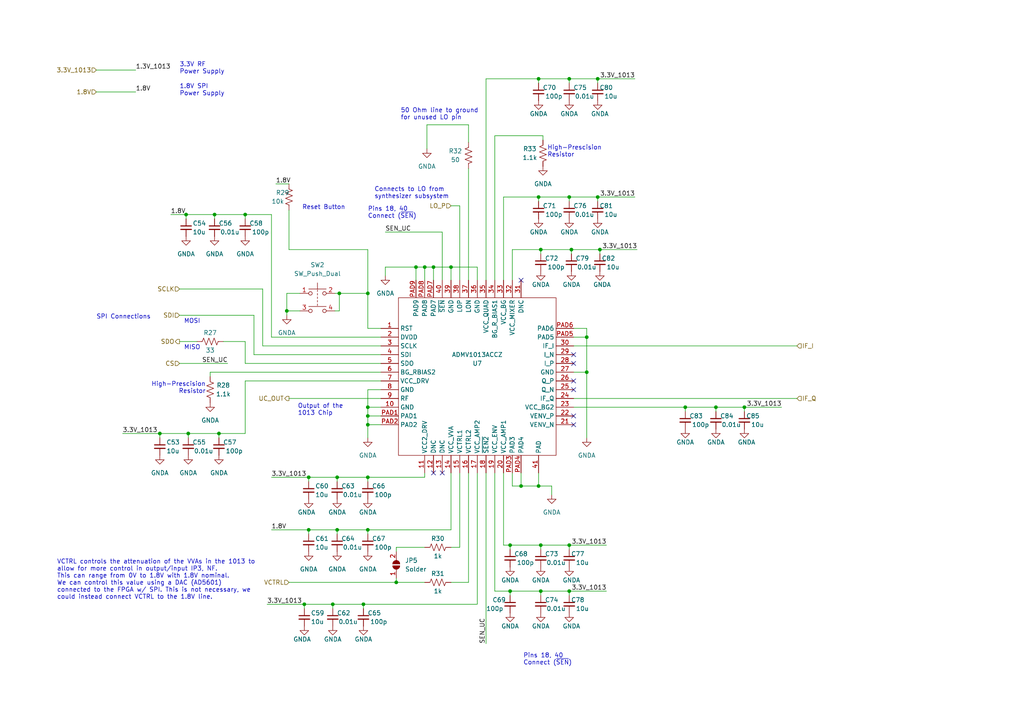
<source format=kicad_sch>
(kicad_sch (version 20211123) (generator eeschema)

  (uuid adab6052-5c53-433d-92f1-27303e3e4c8f)

  (paper "A4")

  (lib_symbols
    (symbol "Analog_Devices:ADMV1013" (in_bom yes) (on_board yes)
      (property "Reference" "U7" (id 0) (at 22.86 -19.05 0)
        (effects (font (size 1.27 1.27)))
      )
      (property "Value" "ADMV1013ACCZ" (id 1) (at 22.86 -16.51 0)
        (effects (font (size 1.27 1.27)))
      )
      (property "Footprint" "S23_16_Library:ADMV1013ACCZ" (id 2) (at 0 0 0)
        (effects (font (size 1.27 1.27)) hide)
      )
      (property "Datasheet" "" (id 3) (at 0 0 0)
        (effects (font (size 1.27 1.27)) hide)
      )
      (symbol "ADMV1013_0_1"
        (rectangle (start 0 0) (end 45.72 -45.72)
          (stroke (width 0) (type default) (color 0 0 0 0))
          (fill (type none))
        )
      )
      (symbol "ADMV1013_1_1"
        (pin input line (at -5.08 -8.89 0) (length 5.08)
          (name "RST" (effects (font (size 1.27 1.27))))
          (number "1" (effects (font (size 1.27 1.27))))
        )
        (pin input line (at -5.08 -31.75 0) (length 5.08)
          (name "GND" (effects (font (size 1.27 1.27))))
          (number "10" (effects (font (size 1.27 1.27))))
        )
        (pin input line (at 7.62 -50.8 90) (length 5.08)
          (name "VCC2_DRV" (effects (font (size 1.27 1.27))))
          (number "11" (effects (font (size 1.27 1.27))))
        )
        (pin input line (at 10.16 -50.8 90) (length 5.08)
          (name "DNC" (effects (font (size 1.27 1.27))))
          (number "12" (effects (font (size 1.27 1.27))))
        )
        (pin input line (at 12.7 -50.8 90) (length 5.08)
          (name "DNC" (effects (font (size 1.27 1.27))))
          (number "13" (effects (font (size 1.27 1.27))))
        )
        (pin input line (at 15.24 -50.8 90) (length 5.08)
          (name "VCC_VVA" (effects (font (size 1.27 1.27))))
          (number "14" (effects (font (size 1.27 1.27))))
        )
        (pin input line (at 17.78 -50.8 90) (length 5.08)
          (name "VCTRL1" (effects (font (size 1.27 1.27))))
          (number "15" (effects (font (size 1.27 1.27))))
        )
        (pin input line (at 20.32 -50.8 90) (length 5.08)
          (name "VCTRL2" (effects (font (size 1.27 1.27))))
          (number "16" (effects (font (size 1.27 1.27))))
        )
        (pin input line (at 22.86 -50.8 90) (length 5.08)
          (name "VCC_AMP2" (effects (font (size 1.27 1.27))))
          (number "17" (effects (font (size 1.27 1.27))))
        )
        (pin input line (at 25.4 -50.8 90) (length 5.08)
          (name "~{SEN2}" (effects (font (size 1.27 1.27))))
          (number "18" (effects (font (size 1.27 1.27))))
        )
        (pin input line (at 27.94 -50.8 90) (length 5.08)
          (name "VCC_ENV" (effects (font (size 1.27 1.27))))
          (number "19" (effects (font (size 1.27 1.27))))
        )
        (pin input line (at -5.08 -11.43 0) (length 5.08)
          (name "DVDD" (effects (font (size 1.27 1.27))))
          (number "2" (effects (font (size 1.27 1.27))))
        )
        (pin input line (at 30.48 -50.8 90) (length 5.08)
          (name "VCC_AMP1" (effects (font (size 1.27 1.27))))
          (number "20" (effects (font (size 1.27 1.27))))
        )
        (pin input line (at 50.8 -36.83 180) (length 5.08)
          (name "VENV_N" (effects (font (size 1.27 1.27))))
          (number "21" (effects (font (size 1.27 1.27))))
        )
        (pin input line (at 50.8 -34.29 180) (length 5.08)
          (name "VENV_P" (effects (font (size 1.27 1.27))))
          (number "22" (effects (font (size 1.27 1.27))))
        )
        (pin input line (at 50.8 -31.75 180) (length 5.08)
          (name "VCC_BG2" (effects (font (size 1.27 1.27))))
          (number "23" (effects (font (size 1.27 1.27))))
        )
        (pin input line (at 50.8 -29.21 180) (length 5.08)
          (name "IF_Q" (effects (font (size 1.27 1.27))))
          (number "24" (effects (font (size 1.27 1.27))))
        )
        (pin input line (at 50.8 -26.67 180) (length 5.08)
          (name "Q_N" (effects (font (size 1.27 1.27))))
          (number "25" (effects (font (size 1.27 1.27))))
        )
        (pin input line (at 50.8 -24.13 180) (length 5.08)
          (name "Q_P" (effects (font (size 1.27 1.27))))
          (number "26" (effects (font (size 1.27 1.27))))
        )
        (pin input line (at 50.8 -21.59 180) (length 5.08)
          (name "GND" (effects (font (size 1.27 1.27))))
          (number "27" (effects (font (size 1.27 1.27))))
        )
        (pin input line (at 50.8 -19.05 180) (length 5.08)
          (name "I_P" (effects (font (size 1.27 1.27))))
          (number "28" (effects (font (size 1.27 1.27))))
        )
        (pin input line (at 50.8 -16.51 180) (length 5.08)
          (name "I_N" (effects (font (size 1.27 1.27))))
          (number "29" (effects (font (size 1.27 1.27))))
        )
        (pin input line (at -5.08 -13.97 0) (length 5.08)
          (name "SCLK" (effects (font (size 1.27 1.27))))
          (number "3" (effects (font (size 1.27 1.27))))
        )
        (pin input line (at 50.8 -13.97 180) (length 5.08)
          (name "IF_I" (effects (font (size 1.27 1.27))))
          (number "30" (effects (font (size 1.27 1.27))))
        )
        (pin input line (at 35.56 5.08 270) (length 5.08)
          (name "DNC" (effects (font (size 1.27 1.27))))
          (number "31" (effects (font (size 1.27 1.27))))
        )
        (pin input line (at 33.02 5.08 270) (length 5.08)
          (name "VCC_MIXER" (effects (font (size 1.27 1.27))))
          (number "32" (effects (font (size 1.27 1.27))))
        )
        (pin input line (at 30.48 5.08 270) (length 5.08)
          (name "VCC_BG" (effects (font (size 1.27 1.27))))
          (number "33" (effects (font (size 1.27 1.27))))
        )
        (pin input line (at 27.94 5.08 270) (length 5.08)
          (name "BG_R_BIAS1" (effects (font (size 1.27 1.27))))
          (number "34" (effects (font (size 1.27 1.27))))
        )
        (pin input line (at 25.4 5.08 270) (length 5.08)
          (name "VCC_QUAD" (effects (font (size 1.27 1.27))))
          (number "35" (effects (font (size 1.27 1.27))))
        )
        (pin input line (at 22.86 5.08 270) (length 5.08)
          (name "GND" (effects (font (size 1.27 1.27))))
          (number "36" (effects (font (size 1.27 1.27))))
        )
        (pin input line (at 20.32 5.08 270) (length 5.08)
          (name "LON" (effects (font (size 1.27 1.27))))
          (number "37" (effects (font (size 1.27 1.27))))
        )
        (pin input line (at 17.78 5.08 270) (length 5.08)
          (name "LOP" (effects (font (size 1.27 1.27))))
          (number "38" (effects (font (size 1.27 1.27))))
        )
        (pin input line (at 15.24 5.08 270) (length 5.08)
          (name "GND" (effects (font (size 1.27 1.27))))
          (number "39" (effects (font (size 1.27 1.27))))
        )
        (pin input line (at -5.08 -16.51 0) (length 5.08)
          (name "SDI" (effects (font (size 1.27 1.27))))
          (number "4" (effects (font (size 1.27 1.27))))
        )
        (pin input line (at 12.7 5.08 270) (length 5.08)
          (name "~{SEN}" (effects (font (size 1.27 1.27))))
          (number "40" (effects (font (size 1.27 1.27))))
        )
        (pin input line (at 40.64 -50.8 90) (length 5.08)
          (name "PAD" (effects (font (size 1.27 1.27))))
          (number "41" (effects (font (size 1.27 1.27))))
        )
        (pin input line (at -5.08 -19.05 0) (length 5.08)
          (name "SDO" (effects (font (size 1.27 1.27))))
          (number "5" (effects (font (size 1.27 1.27))))
        )
        (pin input line (at -5.08 -21.59 0) (length 5.08)
          (name "BG_RBIAS2" (effects (font (size 1.27 1.27))))
          (number "6" (effects (font (size 1.27 1.27))))
        )
        (pin input line (at -5.08 -24.13 0) (length 5.08)
          (name "VCC_DRV" (effects (font (size 1.27 1.27))))
          (number "7" (effects (font (size 1.27 1.27))))
        )
        (pin input line (at -5.08 -26.67 0) (length 5.08)
          (name "GND" (effects (font (size 1.27 1.27))))
          (number "8" (effects (font (size 1.27 1.27))))
        )
        (pin input line (at -5.08 -29.21 0) (length 5.08)
          (name "RF" (effects (font (size 1.27 1.27))))
          (number "9" (effects (font (size 1.27 1.27))))
        )
        (pin input line (at -5.08 -34.29 0) (length 5.08)
          (name "PAD1" (effects (font (size 1.27 1.27))))
          (number "PAD1" (effects (font (size 1.27 1.27))))
        )
        (pin input line (at -5.08 -36.83 0) (length 5.08)
          (name "PAD2" (effects (font (size 1.27 1.27))))
          (number "PAD2" (effects (font (size 1.27 1.27))))
        )
        (pin input line (at 33.02 -50.8 90) (length 5.08)
          (name "PAD3" (effects (font (size 1.27 1.27))))
          (number "PAD3" (effects (font (size 1.27 1.27))))
        )
        (pin input line (at 35.56 -50.8 90) (length 5.08)
          (name "PAD4" (effects (font (size 1.27 1.27))))
          (number "PAD4" (effects (font (size 1.27 1.27))))
        )
        (pin input line (at 50.8 -11.43 180) (length 5.08)
          (name "PAD5" (effects (font (size 1.27 1.27))))
          (number "PAD5" (effects (font (size 1.27 1.27))))
        )
        (pin input line (at 50.8 -8.89 180) (length 5.08)
          (name "PAD6" (effects (font (size 1.27 1.27))))
          (number "PAD6" (effects (font (size 1.27 1.27))))
        )
        (pin input line (at 10.16 5.08 270) (length 5.08)
          (name "PAD7" (effects (font (size 1.27 1.27))))
          (number "PAD7" (effects (font (size 1.27 1.27))))
        )
        (pin input line (at 7.62 5.08 270) (length 5.08)
          (name "PAD8" (effects (font (size 1.27 1.27))))
          (number "PAD8" (effects (font (size 1.27 1.27))))
        )
        (pin input line (at 5.08 5.08 270) (length 5.08)
          (name "PAD9" (effects (font (size 1.27 1.27))))
          (number "PAD9" (effects (font (size 1.27 1.27))))
        )
      )
    )
    (symbol "Device:C_Small" (pin_numbers hide) (pin_names (offset 0.254) hide) (in_bom yes) (on_board yes)
      (property "Reference" "C" (id 0) (at 0.254 1.778 0)
        (effects (font (size 1.27 1.27)) (justify left))
      )
      (property "Value" "C_Small" (id 1) (at 0.254 -2.032 0)
        (effects (font (size 1.27 1.27)) (justify left))
      )
      (property "Footprint" "" (id 2) (at 0 0 0)
        (effects (font (size 1.27 1.27)) hide)
      )
      (property "Datasheet" "~" (id 3) (at 0 0 0)
        (effects (font (size 1.27 1.27)) hide)
      )
      (property "ki_keywords" "capacitor cap" (id 4) (at 0 0 0)
        (effects (font (size 1.27 1.27)) hide)
      )
      (property "ki_description" "Unpolarized capacitor, small symbol" (id 5) (at 0 0 0)
        (effects (font (size 1.27 1.27)) hide)
      )
      (property "ki_fp_filters" "C_*" (id 6) (at 0 0 0)
        (effects (font (size 1.27 1.27)) hide)
      )
      (symbol "C_Small_0_1"
        (polyline
          (pts
            (xy -1.524 -0.508)
            (xy 1.524 -0.508)
          )
          (stroke (width 0.3302) (type default) (color 0 0 0 0))
          (fill (type none))
        )
        (polyline
          (pts
            (xy -1.524 0.508)
            (xy 1.524 0.508)
          )
          (stroke (width 0.3048) (type default) (color 0 0 0 0))
          (fill (type none))
        )
      )
      (symbol "C_Small_1_1"
        (pin passive line (at 0 2.54 270) (length 2.032)
          (name "~" (effects (font (size 1.27 1.27))))
          (number "1" (effects (font (size 1.27 1.27))))
        )
        (pin passive line (at 0 -2.54 90) (length 2.032)
          (name "~" (effects (font (size 1.27 1.27))))
          (number "2" (effects (font (size 1.27 1.27))))
        )
      )
    )
    (symbol "Device:R_US" (pin_numbers hide) (pin_names (offset 0)) (in_bom yes) (on_board yes)
      (property "Reference" "R" (id 0) (at 2.54 0 90)
        (effects (font (size 1.27 1.27)))
      )
      (property "Value" "R_US" (id 1) (at -2.54 0 90)
        (effects (font (size 1.27 1.27)))
      )
      (property "Footprint" "" (id 2) (at 1.016 -0.254 90)
        (effects (font (size 1.27 1.27)) hide)
      )
      (property "Datasheet" "~" (id 3) (at 0 0 0)
        (effects (font (size 1.27 1.27)) hide)
      )
      (property "ki_keywords" "R res resistor" (id 4) (at 0 0 0)
        (effects (font (size 1.27 1.27)) hide)
      )
      (property "ki_description" "Resistor, US symbol" (id 5) (at 0 0 0)
        (effects (font (size 1.27 1.27)) hide)
      )
      (property "ki_fp_filters" "R_*" (id 6) (at 0 0 0)
        (effects (font (size 1.27 1.27)) hide)
      )
      (symbol "R_US_0_1"
        (polyline
          (pts
            (xy 0 -2.286)
            (xy 0 -2.54)
          )
          (stroke (width 0) (type default) (color 0 0 0 0))
          (fill (type none))
        )
        (polyline
          (pts
            (xy 0 2.286)
            (xy 0 2.54)
          )
          (stroke (width 0) (type default) (color 0 0 0 0))
          (fill (type none))
        )
        (polyline
          (pts
            (xy 0 -0.762)
            (xy 1.016 -1.143)
            (xy 0 -1.524)
            (xy -1.016 -1.905)
            (xy 0 -2.286)
          )
          (stroke (width 0) (type default) (color 0 0 0 0))
          (fill (type none))
        )
        (polyline
          (pts
            (xy 0 0.762)
            (xy 1.016 0.381)
            (xy 0 0)
            (xy -1.016 -0.381)
            (xy 0 -0.762)
          )
          (stroke (width 0) (type default) (color 0 0 0 0))
          (fill (type none))
        )
        (polyline
          (pts
            (xy 0 2.286)
            (xy 1.016 1.905)
            (xy 0 1.524)
            (xy -1.016 1.143)
            (xy 0 0.762)
          )
          (stroke (width 0) (type default) (color 0 0 0 0))
          (fill (type none))
        )
      )
      (symbol "R_US_1_1"
        (pin passive line (at 0 3.81 270) (length 1.27)
          (name "~" (effects (font (size 1.27 1.27))))
          (number "1" (effects (font (size 1.27 1.27))))
        )
        (pin passive line (at 0 -3.81 90) (length 1.27)
          (name "~" (effects (font (size 1.27 1.27))))
          (number "2" (effects (font (size 1.27 1.27))))
        )
      )
    )
    (symbol "Jumper:SolderJumper_2_Open" (pin_names (offset 0) hide) (in_bom yes) (on_board yes)
      (property "Reference" "JP" (id 0) (at 0 2.032 0)
        (effects (font (size 1.27 1.27)))
      )
      (property "Value" "SolderJumper_2_Open" (id 1) (at 0 -2.54 0)
        (effects (font (size 1.27 1.27)))
      )
      (property "Footprint" "" (id 2) (at 0 0 0)
        (effects (font (size 1.27 1.27)) hide)
      )
      (property "Datasheet" "~" (id 3) (at 0 0 0)
        (effects (font (size 1.27 1.27)) hide)
      )
      (property "ki_keywords" "solder jumper SPST" (id 4) (at 0 0 0)
        (effects (font (size 1.27 1.27)) hide)
      )
      (property "ki_description" "Solder Jumper, 2-pole, open" (id 5) (at 0 0 0)
        (effects (font (size 1.27 1.27)) hide)
      )
      (property "ki_fp_filters" "SolderJumper*Open*" (id 6) (at 0 0 0)
        (effects (font (size 1.27 1.27)) hide)
      )
      (symbol "SolderJumper_2_Open_0_1"
        (arc (start -0.254 1.016) (mid -1.27 0) (end -0.254 -1.016)
          (stroke (width 0) (type default) (color 0 0 0 0))
          (fill (type none))
        )
        (arc (start -0.254 1.016) (mid -1.27 0) (end -0.254 -1.016)
          (stroke (width 0) (type default) (color 0 0 0 0))
          (fill (type outline))
        )
        (polyline
          (pts
            (xy -0.254 1.016)
            (xy -0.254 -1.016)
          )
          (stroke (width 0) (type default) (color 0 0 0 0))
          (fill (type none))
        )
        (polyline
          (pts
            (xy 0.254 1.016)
            (xy 0.254 -1.016)
          )
          (stroke (width 0) (type default) (color 0 0 0 0))
          (fill (type none))
        )
        (arc (start 0.254 -1.016) (mid 1.27 0) (end 0.254 1.016)
          (stroke (width 0) (type default) (color 0 0 0 0))
          (fill (type none))
        )
        (arc (start 0.254 -1.016) (mid 1.27 0) (end 0.254 1.016)
          (stroke (width 0) (type default) (color 0 0 0 0))
          (fill (type outline))
        )
      )
      (symbol "SolderJumper_2_Open_1_1"
        (pin passive line (at -3.81 0 0) (length 2.54)
          (name "A" (effects (font (size 1.27 1.27))))
          (number "1" (effects (font (size 1.27 1.27))))
        )
        (pin passive line (at 3.81 0 180) (length 2.54)
          (name "B" (effects (font (size 1.27 1.27))))
          (number "2" (effects (font (size 1.27 1.27))))
        )
      )
    )
    (symbol "Switch:SW_Push_Dual" (pin_names (offset 1.016) hide) (in_bom yes) (on_board yes)
      (property "Reference" "SW" (id 0) (at 1.27 2.54 0)
        (effects (font (size 1.27 1.27)) (justify left))
      )
      (property "Value" "SW_Push_Dual" (id 1) (at 0 -6.858 0)
        (effects (font (size 1.27 1.27)))
      )
      (property "Footprint" "" (id 2) (at 0 5.08 0)
        (effects (font (size 1.27 1.27)) hide)
      )
      (property "Datasheet" "~" (id 3) (at 0 5.08 0)
        (effects (font (size 1.27 1.27)) hide)
      )
      (property "ki_keywords" "switch normally-open pushbutton push-button" (id 4) (at 0 0 0)
        (effects (font (size 1.27 1.27)) hide)
      )
      (property "ki_description" "Push button switch, generic, symbol, four pins" (id 5) (at 0 0 0)
        (effects (font (size 1.27 1.27)) hide)
      )
      (symbol "SW_Push_Dual_0_1"
        (circle (center -2.032 -5.08) (radius 0.508)
          (stroke (width 0) (type default) (color 0 0 0 0))
          (fill (type none))
        )
        (circle (center -2.032 0) (radius 0.508)
          (stroke (width 0) (type default) (color 0 0 0 0))
          (fill (type none))
        )
        (polyline
          (pts
            (xy 0 -3.048)
            (xy 0 -3.556)
          )
          (stroke (width 0) (type default) (color 0 0 0 0))
          (fill (type none))
        )
        (polyline
          (pts
            (xy 0 -2.032)
            (xy 0 -2.54)
          )
          (stroke (width 0) (type default) (color 0 0 0 0))
          (fill (type none))
        )
        (polyline
          (pts
            (xy 0 -1.524)
            (xy 0 -1.016)
          )
          (stroke (width 0) (type default) (color 0 0 0 0))
          (fill (type none))
        )
        (polyline
          (pts
            (xy 0 -0.508)
            (xy 0 0)
          )
          (stroke (width 0) (type default) (color 0 0 0 0))
          (fill (type none))
        )
        (polyline
          (pts
            (xy 0 0.508)
            (xy 0 1.016)
          )
          (stroke (width 0) (type default) (color 0 0 0 0))
          (fill (type none))
        )
        (polyline
          (pts
            (xy 0 1.27)
            (xy 0 3.048)
          )
          (stroke (width 0) (type default) (color 0 0 0 0))
          (fill (type none))
        )
        (polyline
          (pts
            (xy 2.54 -3.81)
            (xy -2.54 -3.81)
          )
          (stroke (width 0) (type default) (color 0 0 0 0))
          (fill (type none))
        )
        (polyline
          (pts
            (xy 2.54 1.27)
            (xy -2.54 1.27)
          )
          (stroke (width 0) (type default) (color 0 0 0 0))
          (fill (type none))
        )
        (circle (center 2.032 -5.08) (radius 0.508)
          (stroke (width 0) (type default) (color 0 0 0 0))
          (fill (type none))
        )
        (circle (center 2.032 0) (radius 0.508)
          (stroke (width 0) (type default) (color 0 0 0 0))
          (fill (type none))
        )
        (pin passive line (at -5.08 0 0) (length 2.54)
          (name "1" (effects (font (size 1.27 1.27))))
          (number "1" (effects (font (size 1.27 1.27))))
        )
        (pin passive line (at 5.08 0 180) (length 2.54)
          (name "2" (effects (font (size 1.27 1.27))))
          (number "2" (effects (font (size 1.27 1.27))))
        )
        (pin passive line (at -5.08 -5.08 0) (length 2.54)
          (name "3" (effects (font (size 1.27 1.27))))
          (number "3" (effects (font (size 1.27 1.27))))
        )
        (pin passive line (at 5.08 -5.08 180) (length 2.54)
          (name "4" (effects (font (size 1.27 1.27))))
          (number "4" (effects (font (size 1.27 1.27))))
        )
      )
    )
    (symbol "power:GNDA" (power) (pin_names (offset 0)) (in_bom yes) (on_board yes)
      (property "Reference" "#PWR" (id 0) (at 0 -6.35 0)
        (effects (font (size 1.27 1.27)) hide)
      )
      (property "Value" "GNDA" (id 1) (at 0 -3.81 0)
        (effects (font (size 1.27 1.27)))
      )
      (property "Footprint" "" (id 2) (at 0 0 0)
        (effects (font (size 1.27 1.27)) hide)
      )
      (property "Datasheet" "" (id 3) (at 0 0 0)
        (effects (font (size 1.27 1.27)) hide)
      )
      (property "ki_keywords" "power-flag" (id 4) (at 0 0 0)
        (effects (font (size 1.27 1.27)) hide)
      )
      (property "ki_description" "Power symbol creates a global label with name \"GNDA\" , analog ground" (id 5) (at 0 0 0)
        (effects (font (size 1.27 1.27)) hide)
      )
      (symbol "GNDA_0_1"
        (polyline
          (pts
            (xy 0 0)
            (xy 0 -1.27)
            (xy 1.27 -1.27)
            (xy 0 -2.54)
            (xy -1.27 -1.27)
            (xy 0 -1.27)
          )
          (stroke (width 0) (type default) (color 0 0 0 0))
          (fill (type none))
        )
      )
      (symbol "GNDA_1_1"
        (pin power_in line (at 0 0 270) (length 0) hide
          (name "GNDA" (effects (font (size 1.27 1.27))))
          (number "1" (effects (font (size 1.27 1.27))))
        )
      )
    )
  )

  (junction (at 83.185 90.17) (diameter 0) (color 0 0 0 0)
    (uuid 009adb12-84f9-494f-aada-c058026c6a49)
  )
  (junction (at 156.845 171.45) (diameter 0) (color 0 0 0 0)
    (uuid 02f2c630-ea53-4ce8-8aa5-e2aa20995769)
  )
  (junction (at 173.99 72.39) (diameter 0) (color 0 0 0 0)
    (uuid 052a712d-7407-48e9-89d2-fe7e675d8286)
  )
  (junction (at 106.68 85.09) (diameter 0) (color 0 0 0 0)
    (uuid 101e908a-b30e-4ee3-b685-4118e3ac0c54)
  )
  (junction (at 173.355 22.86) (diameter 0) (color 0 0 0 0)
    (uuid 167bf852-c265-438c-bd99-71864ce338be)
  )
  (junction (at 156.21 22.86) (diameter 0) (color 0 0 0 0)
    (uuid 19694a94-4b8a-49a7-a9ce-60d5595217c3)
  )
  (junction (at 165.1 171.45) (diameter 0) (color 0 0 0 0)
    (uuid 255181cf-9dee-4154-b776-6b328cac9c8e)
  )
  (junction (at 215.9 118.11) (diameter 0) (color 0 0 0 0)
    (uuid 307aaae7-2a7f-4fd9-a4da-4dedf6a7a1c5)
  )
  (junction (at 198.755 118.11) (diameter 0) (color 0 0 0 0)
    (uuid 321878c7-10fe-4668-9add-69fb29328609)
  )
  (junction (at 120.65 77.47) (diameter 0) (color 0 0 0 0)
    (uuid 38ad100e-0e46-4141-bc8e-2326e5a2e1a6)
  )
  (junction (at 89.535 138.43) (diameter 0) (color 0 0 0 0)
    (uuid 3c21c95c-d494-485a-b6b7-0a8fe50aa7cd)
  )
  (junction (at 170.18 107.95) (diameter 0) (color 0 0 0 0)
    (uuid 4f2bce86-e9ee-41bb-b20e-087c692fc6ca)
  )
  (junction (at 125.73 77.47) (diameter 0) (color 0 0 0 0)
    (uuid 58cc8a30-c733-4711-b4c3-316abfd9a389)
  )
  (junction (at 114.935 168.91) (diameter 0) (color 0 0 0 0)
    (uuid 5cb62441-0921-45c1-93ad-eab645451bd0)
  )
  (junction (at 71.12 62.23) (diameter 0) (color 0 0 0 0)
    (uuid 5edf3a2d-c988-46b7-b0e6-6fccca3003e1)
  )
  (junction (at 89.535 153.67) (diameter 0) (color 0 0 0 0)
    (uuid 678e8ef9-830c-495c-9d84-b51df01347e1)
  )
  (junction (at 53.975 62.23) (diameter 0) (color 0 0 0 0)
    (uuid 6c2e8c97-5ea0-4d9e-8802-24d7875454c5)
  )
  (junction (at 165.1 22.86) (diameter 0) (color 0 0 0 0)
    (uuid 702a799f-ba43-477e-92bf-3d60185de6dc)
  )
  (junction (at 88.265 175.26) (diameter 0) (color 0 0 0 0)
    (uuid 7f58bf06-72ed-43a8-8f2b-adf58ed05738)
  )
  (junction (at 97.79 153.67) (diameter 0) (color 0 0 0 0)
    (uuid 821901cd-b8eb-4a47-b29e-b1da7e0a38b8)
  )
  (junction (at 106.68 118.11) (diameter 0) (color 0 0 0 0)
    (uuid 88a023d9-e7ef-436d-b7f8-48c5c15a3ec9)
  )
  (junction (at 63.5 125.73) (diameter 0) (color 0 0 0 0)
    (uuid 8a3304f1-28ef-4eb9-82fa-b9797f1fdb8d)
  )
  (junction (at 151.13 140.97) (diameter 0) (color 0 0 0 0)
    (uuid 8a679505-e210-4ce5-abbd-0e1dcca84f2c)
  )
  (junction (at 106.68 120.65) (diameter 0) (color 0 0 0 0)
    (uuid 8afa7f6a-f99e-41b1-94f2-9a304a39c246)
  )
  (junction (at 165.1 158.115) (diameter 0) (color 0 0 0 0)
    (uuid 8d03e7b5-023b-4e8f-acf4-dd897c8fe120)
  )
  (junction (at 165.735 72.39) (diameter 0) (color 0 0 0 0)
    (uuid 918add64-20b3-4ec7-a6ad-89883c51a3d8)
  )
  (junction (at 96.52 175.26) (diameter 0) (color 0 0 0 0)
    (uuid 9b9d15b0-e831-43bc-bb22-dc9ea7ed1fe6)
  )
  (junction (at 156.845 158.115) (diameter 0) (color 0 0 0 0)
    (uuid a0515601-d4c9-4f66-a77f-54e0c5a7f103)
  )
  (junction (at 106.68 153.67) (diameter 0) (color 0 0 0 0)
    (uuid ab2185b4-6856-4409-bf34-7f8df227d9e8)
  )
  (junction (at 207.645 118.11) (diameter 0) (color 0 0 0 0)
    (uuid adb80c8f-5dec-43a3-8f1c-157dfac153ca)
  )
  (junction (at 170.18 97.79) (diameter 0) (color 0 0 0 0)
    (uuid b41cf8ca-cf2f-4d17-aae1-0d1ffbfe9b40)
  )
  (junction (at 98.425 85.09) (diameter 0) (color 0 0 0 0)
    (uuid b6be92eb-82bf-4851-bb0e-759e3698d274)
  )
  (junction (at 130.81 77.47) (diameter 0) (color 0 0 0 0)
    (uuid bbd811eb-85dd-4aaf-b2c2-eb5eabd36fe3)
  )
  (junction (at 147.955 171.45) (diameter 0) (color 0 0 0 0)
    (uuid bbdf0f3d-4edf-41b9-91d7-be171dd77b61)
  )
  (junction (at 156.21 140.97) (diameter 0) (color 0 0 0 0)
    (uuid c25a33c4-85cb-4044-8eb2-dd5077447c82)
  )
  (junction (at 105.41 175.26) (diameter 0) (color 0 0 0 0)
    (uuid c2f5bcae-456a-4641-9ad5-291d934e52f0)
  )
  (junction (at 165.1 57.15) (diameter 0) (color 0 0 0 0)
    (uuid c4fbcedf-1e21-45f3-abf3-758954579ed2)
  )
  (junction (at 156.21 57.15) (diameter 0) (color 0 0 0 0)
    (uuid c592efe5-cdaa-451e-a90f-a80eccb7e187)
  )
  (junction (at 147.955 158.115) (diameter 0) (color 0 0 0 0)
    (uuid ca544498-5b0c-4c65-8b54-650aa1615043)
  )
  (junction (at 106.68 123.19) (diameter 0) (color 0 0 0 0)
    (uuid ca553970-8dd4-4d41-8bc3-6cc102b96190)
  )
  (junction (at 156.845 72.39) (diameter 0) (color 0 0 0 0)
    (uuid cf614740-95d3-4f4f-a88f-9199cca91750)
  )
  (junction (at 173.355 57.15) (diameter 0) (color 0 0 0 0)
    (uuid dfcd87da-d52f-44d5-be10-d478e64b0f08)
  )
  (junction (at 97.79 138.43) (diameter 0) (color 0 0 0 0)
    (uuid e27a5000-dfc5-4e1c-8791-0f36c9c1825d)
  )
  (junction (at 62.23 62.23) (diameter 0) (color 0 0 0 0)
    (uuid e9ae5e05-c2dd-4c11-97b9-bd7ad78ff277)
  )
  (junction (at 54.61 125.73) (diameter 0) (color 0 0 0 0)
    (uuid ef739980-d44d-468f-ac65-96075c42da44)
  )
  (junction (at 106.68 138.43) (diameter 0) (color 0 0 0 0)
    (uuid f1fd8a16-36bc-428c-aae6-fc4ee1ecead7)
  )
  (junction (at 123.19 77.47) (diameter 0) (color 0 0 0 0)
    (uuid f9e09b6e-f16f-4c10-871f-88474fb103c2)
  )
  (junction (at 46.355 125.73) (diameter 0) (color 0 0 0 0)
    (uuid fb3a31d1-0e6d-4ff6-b9c0-87f4957e4e54)
  )

  (no_connect (at 166.37 120.65) (uuid 26cf0ab1-4a75-4c0f-b9e2-da2642234386))
  (no_connect (at 166.37 123.19) (uuid 411c78e1-de1c-41e8-bf43-a9a29bd470c1))
  (no_connect (at 125.73 137.16) (uuid 42059501-fa6e-4a40-bba4-5af25fec1210))
  (no_connect (at 166.37 105.41) (uuid 70c3d3cd-daea-46be-9716-664eaa581d1c))
  (no_connect (at 128.27 137.16) (uuid 7c6a3ec3-c487-4a29-b173-bcb62b56d7cc))
  (no_connect (at 151.13 81.28) (uuid bef9091a-14a8-45d8-8460-95d4781c067e))
  (no_connect (at 166.37 113.03) (uuid cf157c96-e19e-4a75-a0d9-33d58ac45eb2))
  (no_connect (at 166.37 102.87) (uuid e2fdd7c1-d80b-40aa-9362-84befa8c547b))
  (no_connect (at 166.37 110.49) (uuid e8d9fb1b-a61e-4764-9c0a-5d9b88c212f6))

  (wire (pts (xy 110.49 105.41) (xy 71.12 105.41))
    (stroke (width 0) (type default) (color 0 0 0 0))
    (uuid 000e49c8-1a67-4d7a-bb0f-f013e3a98c5d)
  )
  (wire (pts (xy 106.68 139.7) (xy 106.68 138.43))
    (stroke (width 0) (type default) (color 0 0 0 0))
    (uuid 00f8520b-d1ad-4492-8fa1-d8f9fb25e7f1)
  )
  (wire (pts (xy 88.265 176.53) (xy 88.265 175.26))
    (stroke (width 0) (type default) (color 0 0 0 0))
    (uuid 018b12a6-fb55-4063-8354-678033a9a20e)
  )
  (wire (pts (xy 166.37 118.11) (xy 198.755 118.11))
    (stroke (width 0) (type default) (color 0 0 0 0))
    (uuid 04a2d3a8-210f-48f8-b2b7-bc5a23f6a9fa)
  )
  (wire (pts (xy 143.51 39.37) (xy 157.48 39.37))
    (stroke (width 0) (type default) (color 0 0 0 0))
    (uuid 0843d44b-f700-4da4-bf42-d679e4c5bce9)
  )
  (wire (pts (xy 52.07 99.06) (xy 57.15 99.06))
    (stroke (width 0) (type default) (color 0 0 0 0))
    (uuid 08792d86-6d85-4fd1-afc1-9d39add5cedc)
  )
  (wire (pts (xy 173.355 57.15) (xy 165.1 57.15))
    (stroke (width 0) (type default) (color 0 0 0 0))
    (uuid 0ad9de37-026f-4e49-bec9-c98d3c0f21fd)
  )
  (wire (pts (xy 97.79 139.7) (xy 97.79 138.43))
    (stroke (width 0) (type default) (color 0 0 0 0))
    (uuid 0c609be5-c07d-4deb-b9ff-e4d22fc0d1ad)
  )
  (wire (pts (xy 106.68 85.09) (xy 106.68 95.25))
    (stroke (width 0) (type default) (color 0 0 0 0))
    (uuid 0cbefc53-1e59-49d1-8f82-4a1c12929133)
  )
  (wire (pts (xy 83.82 168.91) (xy 114.935 168.91))
    (stroke (width 0) (type default) (color 0 0 0 0))
    (uuid 0d27881d-a7b9-4f2d-b0e7-e1e867bd019d)
  )
  (wire (pts (xy 83.82 72.39) (xy 106.68 72.39))
    (stroke (width 0) (type default) (color 0 0 0 0))
    (uuid 0d4054a1-39ad-4390-84bb-328830423fb1)
  )
  (wire (pts (xy 106.68 153.67) (xy 130.81 153.67))
    (stroke (width 0) (type default) (color 0 0 0 0))
    (uuid 0db1fff4-545b-4442-a83f-36558a01ca30)
  )
  (wire (pts (xy 130.81 81.28) (xy 130.81 77.47))
    (stroke (width 0) (type default) (color 0 0 0 0))
    (uuid 0e2eecbb-4207-4693-ba0e-f830ed170351)
  )
  (wire (pts (xy 135.89 36.195) (xy 123.825 36.195))
    (stroke (width 0) (type default) (color 0 0 0 0))
    (uuid 0ed535f0-fbc5-4327-824f-7ec93c299d7a)
  )
  (wire (pts (xy 114.935 167.64) (xy 114.935 168.91))
    (stroke (width 0) (type default) (color 0 0 0 0))
    (uuid 0f25b879-b635-4410-9e45-db2f3f601d40)
  )
  (wire (pts (xy 166.37 107.95) (xy 170.18 107.95))
    (stroke (width 0) (type default) (color 0 0 0 0))
    (uuid 123930c9-582b-40ec-afdc-506453e1647d)
  )
  (wire (pts (xy 173.355 24.13) (xy 173.355 22.86))
    (stroke (width 0) (type default) (color 0 0 0 0))
    (uuid 136d5714-af03-47f6-9d93-0be00298a8e6)
  )
  (wire (pts (xy 60.96 109.22) (xy 60.96 107.95))
    (stroke (width 0) (type default) (color 0 0 0 0))
    (uuid 16c0a0eb-5b52-44e7-8bac-04634315edb2)
  )
  (wire (pts (xy 140.97 81.28) (xy 140.97 22.86))
    (stroke (width 0) (type default) (color 0 0 0 0))
    (uuid 1825bce4-1349-4fc2-b417-62d2f92647ec)
  )
  (wire (pts (xy 83.185 85.09) (xy 83.185 90.17))
    (stroke (width 0) (type default) (color 0 0 0 0))
    (uuid 18d8a017-34f4-4c20-81f7-43bae302e734)
  )
  (wire (pts (xy 156.21 57.15) (xy 165.1 57.15))
    (stroke (width 0) (type default) (color 0 0 0 0))
    (uuid 1aa7a280-bae8-419d-9454-71704061c1e8)
  )
  (wire (pts (xy 147.955 171.45) (xy 147.955 172.72))
    (stroke (width 0) (type default) (color 0 0 0 0))
    (uuid 1b553729-d5b6-4000-8fd5-25039d75723c)
  )
  (wire (pts (xy 83.82 115.57) (xy 110.49 115.57))
    (stroke (width 0) (type default) (color 0 0 0 0))
    (uuid 1cc5fed5-2214-4a3c-a0af-54c33e2a551a)
  )
  (wire (pts (xy 111.76 80.01) (xy 111.76 77.47))
    (stroke (width 0) (type default) (color 0 0 0 0))
    (uuid 1e6b24fe-6925-4fca-89b5-3180ecccb94a)
  )
  (wire (pts (xy 156.845 158.115) (xy 147.955 158.115))
    (stroke (width 0) (type default) (color 0 0 0 0))
    (uuid 1f6879cb-b879-426c-8569-9b1900858c51)
  )
  (wire (pts (xy 156.845 172.72) (xy 156.845 171.45))
    (stroke (width 0) (type default) (color 0 0 0 0))
    (uuid 221ac1df-ccb3-4269-9eab-08ded9cf771b)
  )
  (wire (pts (xy 147.955 158.115) (xy 147.955 159.385))
    (stroke (width 0) (type default) (color 0 0 0 0))
    (uuid 228d07b8-79e3-405f-81dd-f1e5cf9ae1e7)
  )
  (wire (pts (xy 130.81 59.69) (xy 133.35 59.69))
    (stroke (width 0) (type default) (color 0 0 0 0))
    (uuid 22a8a17e-0421-478f-a021-77762158c64e)
  )
  (wire (pts (xy 156.845 72.39) (xy 156.845 73.66))
    (stroke (width 0) (type default) (color 0 0 0 0))
    (uuid 28ac3dca-a93b-4474-adcd-6125ae51a91c)
  )
  (wire (pts (xy 146.05 57.15) (xy 146.05 81.28))
    (stroke (width 0) (type default) (color 0 0 0 0))
    (uuid 28d36728-e60f-4f4d-8b24-e6ce1e168435)
  )
  (wire (pts (xy 226.695 118.11) (xy 215.9 118.11))
    (stroke (width 0) (type default) (color 0 0 0 0))
    (uuid 2add479c-3236-4331-9433-759c3335ee42)
  )
  (wire (pts (xy 110.49 100.33) (xy 76.2 100.33))
    (stroke (width 0) (type default) (color 0 0 0 0))
    (uuid 2f978b23-f4d3-4f87-ab80-033912a046f4)
  )
  (wire (pts (xy 106.68 138.43) (xy 123.19 138.43))
    (stroke (width 0) (type default) (color 0 0 0 0))
    (uuid 323e5d97-817c-41fb-a4de-2b5c0c63c386)
  )
  (wire (pts (xy 63.5 125.73) (xy 71.12 125.73))
    (stroke (width 0) (type default) (color 0 0 0 0))
    (uuid 339e5c86-0076-4acc-b971-23c0cfb5a8e7)
  )
  (wire (pts (xy 89.535 153.67) (xy 97.79 153.67))
    (stroke (width 0) (type default) (color 0 0 0 0))
    (uuid 35f52efd-24b7-49ef-abc8-5c688ac2d918)
  )
  (wire (pts (xy 156.21 57.15) (xy 156.21 58.42))
    (stroke (width 0) (type default) (color 0 0 0 0))
    (uuid 3758b696-6981-409e-b1c0-0ea49f501825)
  )
  (wire (pts (xy 165.1 58.42) (xy 165.1 57.15))
    (stroke (width 0) (type default) (color 0 0 0 0))
    (uuid 388f8593-772c-48b4-94c2-941139c0c577)
  )
  (wire (pts (xy 27.94 26.67) (xy 39.37 26.67))
    (stroke (width 0) (type default) (color 0 0 0 0))
    (uuid 39c8e212-f639-4525-8702-7a4a66b5f134)
  )
  (wire (pts (xy 52.07 83.82) (xy 76.2 83.82))
    (stroke (width 0) (type default) (color 0 0 0 0))
    (uuid 3f7111cf-bd11-4eaa-ae3d-e66ac47714da)
  )
  (wire (pts (xy 89.535 139.7) (xy 89.535 138.43))
    (stroke (width 0) (type default) (color 0 0 0 0))
    (uuid 3f9bdf6c-3784-45ce-92b1-207291e35536)
  )
  (wire (pts (xy 98.425 85.09) (xy 97.155 85.09))
    (stroke (width 0) (type default) (color 0 0 0 0))
    (uuid 3fecaeac-3abd-4414-84f2-1b095797c86b)
  )
  (wire (pts (xy 135.89 36.195) (xy 135.89 41.275))
    (stroke (width 0) (type default) (color 0 0 0 0))
    (uuid 41eb93fd-cc70-4b43-b300-16feca040e15)
  )
  (wire (pts (xy 165.1 158.115) (xy 156.845 158.115))
    (stroke (width 0) (type default) (color 0 0 0 0))
    (uuid 42529c99-512f-449d-a6e9-2954d5089b5c)
  )
  (wire (pts (xy 71.12 105.41) (xy 71.12 99.06))
    (stroke (width 0) (type default) (color 0 0 0 0))
    (uuid 43fc2e0e-1aa4-4035-98f3-247b61bb283a)
  )
  (wire (pts (xy 170.18 95.25) (xy 170.18 97.79))
    (stroke (width 0) (type default) (color 0 0 0 0))
    (uuid 4521f42a-bbe9-440b-bc1a-63cde932d5bc)
  )
  (wire (pts (xy 77.47 175.26) (xy 88.265 175.26))
    (stroke (width 0) (type default) (color 0 0 0 0))
    (uuid 46d2f614-0787-4bef-beed-267a243f498d)
  )
  (wire (pts (xy 156.21 22.86) (xy 165.1 22.86))
    (stroke (width 0) (type default) (color 0 0 0 0))
    (uuid 473a1ccd-4155-4955-b22f-aa7a4a26f86e)
  )
  (wire (pts (xy 106.68 154.94) (xy 106.68 153.67))
    (stroke (width 0) (type default) (color 0 0 0 0))
    (uuid 496e074f-529b-4e1f-960d-3324e26c7ab1)
  )
  (wire (pts (xy 78.74 153.67) (xy 89.535 153.67))
    (stroke (width 0) (type default) (color 0 0 0 0))
    (uuid 49ce9ce8-f560-47ee-8242-3366c149002f)
  )
  (wire (pts (xy 133.35 81.28) (xy 133.35 59.69))
    (stroke (width 0) (type default) (color 0 0 0 0))
    (uuid 4f15f3ad-a9e4-4b85-ab90-5eb5ffd91898)
  )
  (wire (pts (xy 49.53 62.23) (xy 53.975 62.23))
    (stroke (width 0) (type default) (color 0 0 0 0))
    (uuid 50013d0e-03b6-48af-afbe-bc77543f4113)
  )
  (wire (pts (xy 148.59 72.39) (xy 148.59 81.28))
    (stroke (width 0) (type default) (color 0 0 0 0))
    (uuid 5081b9c2-4ea4-4b16-a19c-50f327a7daee)
  )
  (wire (pts (xy 80.01 53.34) (xy 83.82 53.34))
    (stroke (width 0) (type default) (color 0 0 0 0))
    (uuid 50f57785-5ef5-420c-8185-f44ce64ad29b)
  )
  (wire (pts (xy 63.5 127) (xy 63.5 125.73))
    (stroke (width 0) (type default) (color 0 0 0 0))
    (uuid 513fcf9e-3b58-4e46-9ed4-3eef3e40f5d1)
  )
  (wire (pts (xy 148.59 72.39) (xy 156.845 72.39))
    (stroke (width 0) (type default) (color 0 0 0 0))
    (uuid 517d0e90-71ef-4dbb-8248-7605208b49e5)
  )
  (wire (pts (xy 125.73 81.28) (xy 125.73 77.47))
    (stroke (width 0) (type default) (color 0 0 0 0))
    (uuid 53172158-6638-48a1-a66b-7cae32460e07)
  )
  (wire (pts (xy 166.37 100.33) (xy 231.14 100.33))
    (stroke (width 0) (type default) (color 0 0 0 0))
    (uuid 573f04f8-b1ef-4adb-8019-b3c3bd3e0057)
  )
  (wire (pts (xy 52.07 105.41) (xy 66.04 105.41))
    (stroke (width 0) (type default) (color 0 0 0 0))
    (uuid 589eace9-a6dd-4964-9e08-3d50b384c006)
  )
  (wire (pts (xy 156.845 171.45) (xy 147.955 171.45))
    (stroke (width 0) (type default) (color 0 0 0 0))
    (uuid 59a5c1ab-86b2-4c18-a8ad-10ca196a3c5d)
  )
  (wire (pts (xy 98.425 90.17) (xy 97.155 90.17))
    (stroke (width 0) (type default) (color 0 0 0 0))
    (uuid 5b75a81f-b73d-4d42-87de-788d89c6bc85)
  )
  (wire (pts (xy 156.21 140.97) (xy 151.13 140.97))
    (stroke (width 0) (type default) (color 0 0 0 0))
    (uuid 5bbc1da1-5c8e-4a28-9893-8e9dfd981586)
  )
  (wire (pts (xy 135.89 137.16) (xy 135.89 168.91))
    (stroke (width 0) (type default) (color 0 0 0 0))
    (uuid 600e0813-c599-4968-b209-8f2a4a669271)
  )
  (wire (pts (xy 71.12 110.49) (xy 71.12 125.73))
    (stroke (width 0) (type default) (color 0 0 0 0))
    (uuid 615fd63d-5c6f-4f41-bf7f-798807c093ca)
  )
  (wire (pts (xy 130.81 137.16) (xy 130.81 153.67))
    (stroke (width 0) (type default) (color 0 0 0 0))
    (uuid 6249ce68-fd1c-4a06-b707-7b460977114d)
  )
  (wire (pts (xy 173.355 58.42) (xy 173.355 57.15))
    (stroke (width 0) (type default) (color 0 0 0 0))
    (uuid 63057c2d-87a5-49ad-be9e-39ef1dc5f521)
  )
  (wire (pts (xy 110.49 110.49) (xy 71.12 110.49))
    (stroke (width 0) (type default) (color 0 0 0 0))
    (uuid 63e34627-70ed-47cd-8c4c-89d3c08dbe5f)
  )
  (wire (pts (xy 105.41 176.53) (xy 105.41 175.26))
    (stroke (width 0) (type default) (color 0 0 0 0))
    (uuid 6660d097-af66-451f-9ebd-170665d7fd31)
  )
  (wire (pts (xy 170.18 107.95) (xy 170.18 127))
    (stroke (width 0) (type default) (color 0 0 0 0))
    (uuid 671a60f1-ddb4-4602-8fed-d192348a4745)
  )
  (wire (pts (xy 97.79 153.67) (xy 106.68 153.67))
    (stroke (width 0) (type default) (color 0 0 0 0))
    (uuid 68fe1a38-e087-4ea1-a3a7-1a1150dabdb4)
  )
  (wire (pts (xy 89.535 154.94) (xy 89.535 153.67))
    (stroke (width 0) (type default) (color 0 0 0 0))
    (uuid 6aa4141f-b6fb-4be4-a14a-850911aa9918)
  )
  (wire (pts (xy 54.61 127) (xy 54.61 125.73))
    (stroke (width 0) (type default) (color 0 0 0 0))
    (uuid 6c3e0ca1-c009-4c59-bb34-3c45fcb08c81)
  )
  (wire (pts (xy 160.02 143.51) (xy 160.02 140.97))
    (stroke (width 0) (type default) (color 0 0 0 0))
    (uuid 6dad2b8a-98d5-4429-9f5d-479b254ebe38)
  )
  (wire (pts (xy 106.68 123.19) (xy 106.68 127))
    (stroke (width 0) (type default) (color 0 0 0 0))
    (uuid 6ea6c440-b0b7-429d-8dde-5e2825ce9841)
  )
  (wire (pts (xy 143.51 81.28) (xy 143.51 39.37))
    (stroke (width 0) (type default) (color 0 0 0 0))
    (uuid 6f5e1166-8c84-4289-8d76-cc1285ef3d35)
  )
  (wire (pts (xy 151.13 140.97) (xy 148.59 140.97))
    (stroke (width 0) (type default) (color 0 0 0 0))
    (uuid 71244453-493d-4e37-a5ed-ad79f34b0678)
  )
  (wire (pts (xy 62.23 63.5) (xy 62.23 62.23))
    (stroke (width 0) (type default) (color 0 0 0 0))
    (uuid 720f7d9b-d4a1-4c04-be39-d79442b22538)
  )
  (wire (pts (xy 123.19 77.47) (xy 123.19 81.28))
    (stroke (width 0) (type default) (color 0 0 0 0))
    (uuid 737473aa-c8dd-43db-aa1e-3815d34dfe76)
  )
  (wire (pts (xy 184.15 57.15) (xy 173.355 57.15))
    (stroke (width 0) (type default) (color 0 0 0 0))
    (uuid 770bba0a-1d38-423b-9de6-31bc7dc4dd2b)
  )
  (wire (pts (xy 89.535 138.43) (xy 97.79 138.43))
    (stroke (width 0) (type default) (color 0 0 0 0))
    (uuid 77733591-62ef-4c07-89d5-ccea0fe9757b)
  )
  (wire (pts (xy 215.9 118.11) (xy 207.645 118.11))
    (stroke (width 0) (type default) (color 0 0 0 0))
    (uuid 7830cbfe-a263-44bf-b577-ef7859ba62f2)
  )
  (wire (pts (xy 157.48 39.37) (xy 157.48 40.64))
    (stroke (width 0) (type default) (color 0 0 0 0))
    (uuid 79679f1f-b4f3-4cc8-9bf7-fa1a7b49e1b4)
  )
  (wire (pts (xy 114.935 158.75) (xy 123.19 158.75))
    (stroke (width 0) (type default) (color 0 0 0 0))
    (uuid 79d6130f-deb3-4518-b4fb-217f6ad732c9)
  )
  (wire (pts (xy 123.19 77.47) (xy 125.73 77.47))
    (stroke (width 0) (type default) (color 0 0 0 0))
    (uuid 7a744073-e13c-4679-9f03-ca3ddab0e9c8)
  )
  (wire (pts (xy 140.97 137.16) (xy 140.97 186.69))
    (stroke (width 0) (type default) (color 0 0 0 0))
    (uuid 7b208e4f-697b-4b82-915f-b87e12f56d35)
  )
  (wire (pts (xy 106.68 95.25) (xy 110.49 95.25))
    (stroke (width 0) (type default) (color 0 0 0 0))
    (uuid 7b7413eb-b72b-4be3-96e3-9ed5b3ebf66e)
  )
  (wire (pts (xy 86.995 90.17) (xy 83.185 90.17))
    (stroke (width 0) (type default) (color 0 0 0 0))
    (uuid 7ca0be7f-1693-48dd-a917-0720adb9f49e)
  )
  (wire (pts (xy 143.51 171.45) (xy 143.51 137.16))
    (stroke (width 0) (type default) (color 0 0 0 0))
    (uuid 7d1f927a-1b76-4a41-b736-fd18926134e6)
  )
  (wire (pts (xy 130.81 168.91) (xy 135.89 168.91))
    (stroke (width 0) (type default) (color 0 0 0 0))
    (uuid 7d4faa3c-f901-4f68-8731-1f927ae450d1)
  )
  (wire (pts (xy 98.425 85.09) (xy 98.425 90.17))
    (stroke (width 0) (type default) (color 0 0 0 0))
    (uuid 7f29cb2a-5649-4d62-8e6c-737c03e8738c)
  )
  (wire (pts (xy 62.23 62.23) (xy 71.12 62.23))
    (stroke (width 0) (type default) (color 0 0 0 0))
    (uuid 801bb9d9-2412-4d91-ad77-7cb493139ac8)
  )
  (wire (pts (xy 111.76 77.47) (xy 120.65 77.47))
    (stroke (width 0) (type default) (color 0 0 0 0))
    (uuid 80417cc0-06ce-4754-b074-7a3d86adb9ac)
  )
  (wire (pts (xy 78.74 138.43) (xy 89.535 138.43))
    (stroke (width 0) (type default) (color 0 0 0 0))
    (uuid 877576d0-991f-4fe6-b30a-4f9c08a8324d)
  )
  (wire (pts (xy 111.76 67.31) (xy 128.27 67.31))
    (stroke (width 0) (type default) (color 0 0 0 0))
    (uuid 88689eee-4df2-47c6-8109-85ea7dd71d61)
  )
  (wire (pts (xy 175.895 158.115) (xy 165.1 158.115))
    (stroke (width 0) (type default) (color 0 0 0 0))
    (uuid 8b1c7947-7814-44a4-a1bb-d3534a39ca9b)
  )
  (wire (pts (xy 106.68 123.19) (xy 110.49 123.19))
    (stroke (width 0) (type default) (color 0 0 0 0))
    (uuid 8c699e63-1bf3-42ab-8656-bdaf2064d814)
  )
  (wire (pts (xy 133.35 137.16) (xy 133.35 158.75))
    (stroke (width 0) (type default) (color 0 0 0 0))
    (uuid 8cb8cced-9d18-4ec2-99f9-fa210ae54b4e)
  )
  (wire (pts (xy 27.94 20.32) (xy 39.37 20.32))
    (stroke (width 0) (type default) (color 0 0 0 0))
    (uuid 8fc4129b-387d-4bbf-b2fd-21cac5ee6b4d)
  )
  (wire (pts (xy 160.02 140.97) (xy 156.21 140.97))
    (stroke (width 0) (type default) (color 0 0 0 0))
    (uuid 9008608a-3c76-4e83-8473-b22512eaa299)
  )
  (wire (pts (xy 165.1 171.45) (xy 156.845 171.45))
    (stroke (width 0) (type default) (color 0 0 0 0))
    (uuid 90b58bda-8451-4e48-bedb-e4f5a1f2aa44)
  )
  (wire (pts (xy 60.96 107.95) (xy 110.49 107.95))
    (stroke (width 0) (type default) (color 0 0 0 0))
    (uuid 95b94cf8-2328-425b-a7ae-e43b855a154a)
  )
  (wire (pts (xy 46.355 125.73) (xy 54.61 125.73))
    (stroke (width 0) (type default) (color 0 0 0 0))
    (uuid 9725a327-187c-44ac-b888-28579c93fa67)
  )
  (wire (pts (xy 173.355 22.86) (xy 165.1 22.86))
    (stroke (width 0) (type default) (color 0 0 0 0))
    (uuid 99581f10-dbbb-44c4-b422-45be01f3dedf)
  )
  (wire (pts (xy 53.975 63.5) (xy 53.975 62.23))
    (stroke (width 0) (type default) (color 0 0 0 0))
    (uuid 9a008a2e-1e6a-4680-87e0-2d120af83e8f)
  )
  (wire (pts (xy 98.425 85.09) (xy 106.68 85.09))
    (stroke (width 0) (type default) (color 0 0 0 0))
    (uuid 9c858b21-8fc9-475e-924b-40be06b2216f)
  )
  (wire (pts (xy 215.9 119.38) (xy 215.9 118.11))
    (stroke (width 0) (type default) (color 0 0 0 0))
    (uuid 9d787d51-ccff-412a-b39e-c0e21d9b1895)
  )
  (wire (pts (xy 114.935 168.91) (xy 123.19 168.91))
    (stroke (width 0) (type default) (color 0 0 0 0))
    (uuid 9d8ef58b-8808-44fa-b5ef-dfa5da731622)
  )
  (wire (pts (xy 156.21 137.16) (xy 156.21 140.97))
    (stroke (width 0) (type default) (color 0 0 0 0))
    (uuid 9f19da01-6ce2-4f81-b2e4-45e43f17f06c)
  )
  (wire (pts (xy 156.845 159.385) (xy 156.845 158.115))
    (stroke (width 0) (type default) (color 0 0 0 0))
    (uuid 9fb1dd2d-be80-497a-95b3-a51a1e02b3cb)
  )
  (wire (pts (xy 71.12 63.5) (xy 71.12 62.23))
    (stroke (width 0) (type default) (color 0 0 0 0))
    (uuid a2e9ce0d-9ed1-45d7-b8eb-071184cfa074)
  )
  (wire (pts (xy 97.79 138.43) (xy 106.68 138.43))
    (stroke (width 0) (type default) (color 0 0 0 0))
    (uuid a3205b4b-7750-4420-92a8-95d145f0e53d)
  )
  (wire (pts (xy 140.97 22.86) (xy 156.21 22.86))
    (stroke (width 0) (type default) (color 0 0 0 0))
    (uuid a64bde9c-abc3-4aaf-b65b-d767ee49562c)
  )
  (wire (pts (xy 130.81 158.75) (xy 133.35 158.75))
    (stroke (width 0) (type default) (color 0 0 0 0))
    (uuid a9890c2a-67ff-4b52-8da6-deff988d1d94)
  )
  (wire (pts (xy 173.99 73.66) (xy 173.99 72.39))
    (stroke (width 0) (type default) (color 0 0 0 0))
    (uuid aaad3f0a-6701-4ab9-abe2-faf8bd2104d2)
  )
  (wire (pts (xy 106.68 113.03) (xy 106.68 118.11))
    (stroke (width 0) (type default) (color 0 0 0 0))
    (uuid ab051afa-7863-4d07-86bf-3b57ab292809)
  )
  (wire (pts (xy 166.37 115.57) (xy 231.14 115.57))
    (stroke (width 0) (type default) (color 0 0 0 0))
    (uuid b04da940-0a45-4fa6-8651-84aaa1cf9b4f)
  )
  (wire (pts (xy 156.845 72.39) (xy 165.735 72.39))
    (stroke (width 0) (type default) (color 0 0 0 0))
    (uuid b05a56fe-41c3-4d02-a14b-026f54bad296)
  )
  (wire (pts (xy 146.05 137.16) (xy 146.05 158.115))
    (stroke (width 0) (type default) (color 0 0 0 0))
    (uuid b121c242-ce64-47a1-8476-d10c5cf3ca4f)
  )
  (wire (pts (xy 128.27 81.28) (xy 128.27 67.31))
    (stroke (width 0) (type default) (color 0 0 0 0))
    (uuid b267aa57-5235-4c49-a9d8-c86a2bd94a86)
  )
  (wire (pts (xy 173.99 72.39) (xy 165.735 72.39))
    (stroke (width 0) (type default) (color 0 0 0 0))
    (uuid b4804fd6-22d4-4cfb-ba34-72fe84cf203e)
  )
  (wire (pts (xy 165.1 24.13) (xy 165.1 22.86))
    (stroke (width 0) (type default) (color 0 0 0 0))
    (uuid b4f63805-77fc-4331-93cf-bc70878c346a)
  )
  (wire (pts (xy 207.645 118.11) (xy 198.755 118.11))
    (stroke (width 0) (type default) (color 0 0 0 0))
    (uuid b66f3b9c-0c28-474c-845a-60a4e6e7b598)
  )
  (wire (pts (xy 198.755 118.11) (xy 198.755 119.38))
    (stroke (width 0) (type default) (color 0 0 0 0))
    (uuid b89e2f55-b4ef-4d85-9577-9cd9458ac269)
  )
  (wire (pts (xy 165.1 172.72) (xy 165.1 171.45))
    (stroke (width 0) (type default) (color 0 0 0 0))
    (uuid b93c2128-648f-4216-aa02-27c50f4f8158)
  )
  (wire (pts (xy 83.82 60.96) (xy 83.82 72.39))
    (stroke (width 0) (type default) (color 0 0 0 0))
    (uuid ba2e0c4b-d1fa-475e-b410-7515f1724e94)
  )
  (wire (pts (xy 120.65 77.47) (xy 120.65 81.28))
    (stroke (width 0) (type default) (color 0 0 0 0))
    (uuid bb7fd903-f6ac-44b6-9bfb-4808bc990974)
  )
  (wire (pts (xy 138.43 137.16) (xy 138.43 175.26))
    (stroke (width 0) (type default) (color 0 0 0 0))
    (uuid bbcb3c0a-8d2d-47ee-a6b2-fc62140cad6a)
  )
  (wire (pts (xy 175.895 171.45) (xy 165.1 171.45))
    (stroke (width 0) (type default) (color 0 0 0 0))
    (uuid bc24f790-136b-42b2-8a88-f3c5a532da6e)
  )
  (wire (pts (xy 123.825 36.195) (xy 123.825 43.18))
    (stroke (width 0) (type default) (color 0 0 0 0))
    (uuid bc659033-de12-4ea1-aca6-a89718ad668e)
  )
  (wire (pts (xy 73.66 91.44) (xy 73.66 102.87))
    (stroke (width 0) (type default) (color 0 0 0 0))
    (uuid bc995d36-dc92-42f6-85f6-c2dd8f4d0595)
  )
  (wire (pts (xy 138.43 81.28) (xy 138.43 77.47))
    (stroke (width 0) (type default) (color 0 0 0 0))
    (uuid bdd25bdc-556f-4d62-9420-bf8a964450de)
  )
  (wire (pts (xy 170.18 97.79) (xy 170.18 107.95))
    (stroke (width 0) (type default) (color 0 0 0 0))
    (uuid c91aa41b-a16b-4c4c-8511-8b2dac9b6e74)
  )
  (wire (pts (xy 106.68 120.65) (xy 110.49 120.65))
    (stroke (width 0) (type default) (color 0 0 0 0))
    (uuid c9e95d47-e7eb-4f09-97bf-ff42d802e90e)
  )
  (wire (pts (xy 76.2 83.82) (xy 76.2 100.33))
    (stroke (width 0) (type default) (color 0 0 0 0))
    (uuid cac188ee-eb1e-42df-9052-dcb40f5a3ece)
  )
  (wire (pts (xy 135.89 48.895) (xy 135.89 81.28))
    (stroke (width 0) (type default) (color 0 0 0 0))
    (uuid caeb79da-2211-42a3-a0e9-5aca48c2acc9)
  )
  (wire (pts (xy 130.81 77.47) (xy 125.73 77.47))
    (stroke (width 0) (type default) (color 0 0 0 0))
    (uuid ced586fc-ac70-4e54-9181-6ba3a83fb59e)
  )
  (wire (pts (xy 53.975 62.23) (xy 62.23 62.23))
    (stroke (width 0) (type default) (color 0 0 0 0))
    (uuid cf6defce-da0e-422a-9acd-45c72fa27c87)
  )
  (wire (pts (xy 71.12 62.23) (xy 78.74 62.23))
    (stroke (width 0) (type default) (color 0 0 0 0))
    (uuid d1652a5c-4a71-4591-9c8f-1e6680557e30)
  )
  (wire (pts (xy 146.05 158.115) (xy 147.955 158.115))
    (stroke (width 0) (type default) (color 0 0 0 0))
    (uuid d286b8d8-b20e-448e-a508-af78f945d38c)
  )
  (wire (pts (xy 156.21 22.86) (xy 156.21 24.13))
    (stroke (width 0) (type default) (color 0 0 0 0))
    (uuid d421e005-0067-4cc2-8a3d-458547fdf613)
  )
  (wire (pts (xy 83.185 90.17) (xy 83.185 91.44))
    (stroke (width 0) (type default) (color 0 0 0 0))
    (uuid d4ce951b-fad9-4450-9305-c306ff35a246)
  )
  (wire (pts (xy 123.19 137.16) (xy 123.19 138.43))
    (stroke (width 0) (type default) (color 0 0 0 0))
    (uuid d4ffc9ba-4a00-4b9f-9b91-aa9347a90d98)
  )
  (wire (pts (xy 114.935 160.02) (xy 114.935 158.75))
    (stroke (width 0) (type default) (color 0 0 0 0))
    (uuid d5827542-9131-4c2a-98a8-d2716009049b)
  )
  (wire (pts (xy 52.07 91.44) (xy 73.66 91.44))
    (stroke (width 0) (type default) (color 0 0 0 0))
    (uuid d613343d-b012-4aa2-b9fa-74e4f2144ead)
  )
  (wire (pts (xy 148.59 140.97) (xy 148.59 137.16))
    (stroke (width 0) (type default) (color 0 0 0 0))
    (uuid d6f9f7d0-e24a-4907-8e89-717121636197)
  )
  (wire (pts (xy 184.15 22.86) (xy 173.355 22.86))
    (stroke (width 0) (type default) (color 0 0 0 0))
    (uuid d88d97c1-6c0b-4865-aea6-c42384b23f89)
  )
  (wire (pts (xy 166.37 97.79) (xy 170.18 97.79))
    (stroke (width 0) (type default) (color 0 0 0 0))
    (uuid d949044e-7e1e-42cd-8808-ea34dcf7f8de)
  )
  (wire (pts (xy 110.49 97.79) (xy 78.74 97.79))
    (stroke (width 0) (type default) (color 0 0 0 0))
    (uuid d977606a-c091-4e2d-9717-b58528585d2e)
  )
  (wire (pts (xy 165.1 159.385) (xy 165.1 158.115))
    (stroke (width 0) (type default) (color 0 0 0 0))
    (uuid d98f5ad7-fcf3-4027-8614-acf2c5c6037c)
  )
  (wire (pts (xy 106.68 118.11) (xy 110.49 118.11))
    (stroke (width 0) (type default) (color 0 0 0 0))
    (uuid da939e56-dce9-4b7c-ba9e-a8929a15df06)
  )
  (wire (pts (xy 165.735 73.66) (xy 165.735 72.39))
    (stroke (width 0) (type default) (color 0 0 0 0))
    (uuid dca56a5e-a3cf-40d9-ba07-46808cadd728)
  )
  (wire (pts (xy 54.61 125.73) (xy 63.5 125.73))
    (stroke (width 0) (type default) (color 0 0 0 0))
    (uuid dd0c7681-a1fb-4ba3-95fb-69a6ee43a9cb)
  )
  (wire (pts (xy 46.355 127) (xy 46.355 125.73))
    (stroke (width 0) (type default) (color 0 0 0 0))
    (uuid dd432735-f749-4ef9-9363-09bee4b81e7d)
  )
  (wire (pts (xy 207.645 119.38) (xy 207.645 118.11))
    (stroke (width 0) (type default) (color 0 0 0 0))
    (uuid de958b9b-f64a-4ef5-8df3-e65685b21199)
  )
  (wire (pts (xy 147.955 171.45) (xy 143.51 171.45))
    (stroke (width 0) (type default) (color 0 0 0 0))
    (uuid e4331f1a-bf9e-4e3d-852d-b0bc538444d6)
  )
  (wire (pts (xy 106.68 72.39) (xy 106.68 85.09))
    (stroke (width 0) (type default) (color 0 0 0 0))
    (uuid e59fbfff-36d2-4eae-a7a6-f091b6dd76ad)
  )
  (wire (pts (xy 146.05 57.15) (xy 156.21 57.15))
    (stroke (width 0) (type default) (color 0 0 0 0))
    (uuid e784a1b6-4a67-4ec6-84b6-b6bffa612ac2)
  )
  (wire (pts (xy 88.265 175.26) (xy 96.52 175.26))
    (stroke (width 0) (type default) (color 0 0 0 0))
    (uuid e8672c02-581e-45d6-b336-326330633d94)
  )
  (wire (pts (xy 106.68 120.65) (xy 106.68 123.19))
    (stroke (width 0) (type default) (color 0 0 0 0))
    (uuid e9191a7f-9039-47dd-9f02-0ec193224070)
  )
  (wire (pts (xy 96.52 176.53) (xy 96.52 175.26))
    (stroke (width 0) (type default) (color 0 0 0 0))
    (uuid e97cd23d-12e3-46f0-a75c-f9b34546d60c)
  )
  (wire (pts (xy 106.68 118.11) (xy 106.68 120.65))
    (stroke (width 0) (type default) (color 0 0 0 0))
    (uuid ecedfde4-2150-4f37-8875-7fa9356f0e14)
  )
  (wire (pts (xy 110.49 102.87) (xy 73.66 102.87))
    (stroke (width 0) (type default) (color 0 0 0 0))
    (uuid f0c2035e-cdb8-4782-bd1e-06940644fa8c)
  )
  (wire (pts (xy 96.52 175.26) (xy 105.41 175.26))
    (stroke (width 0) (type default) (color 0 0 0 0))
    (uuid f0f53199-a8de-4ed8-ab58-788526ab9381)
  )
  (wire (pts (xy 151.13 140.97) (xy 151.13 137.16))
    (stroke (width 0) (type default) (color 0 0 0 0))
    (uuid f18da63b-d5ba-4f08-b13d-ba5cf5c9f941)
  )
  (wire (pts (xy 71.12 99.06) (xy 64.77 99.06))
    (stroke (width 0) (type default) (color 0 0 0 0))
    (uuid f1d59d04-a58c-4ff8-9d94-0cda89279a2b)
  )
  (wire (pts (xy 110.49 113.03) (xy 106.68 113.03))
    (stroke (width 0) (type default) (color 0 0 0 0))
    (uuid f2466f00-e252-41fe-8cc3-388c676fdc27)
  )
  (wire (pts (xy 120.65 77.47) (xy 123.19 77.47))
    (stroke (width 0) (type default) (color 0 0 0 0))
    (uuid f5530d1b-81be-4f00-a391-fda2a794df25)
  )
  (wire (pts (xy 97.79 154.94) (xy 97.79 153.67))
    (stroke (width 0) (type default) (color 0 0 0 0))
    (uuid f8492722-b5ff-44e4-8881-04d1a64903e0)
  )
  (wire (pts (xy 138.43 77.47) (xy 130.81 77.47))
    (stroke (width 0) (type default) (color 0 0 0 0))
    (uuid f91fb17d-d723-4c18-97d4-5b757c09eeaa)
  )
  (wire (pts (xy 78.74 97.79) (xy 78.74 62.23))
    (stroke (width 0) (type default) (color 0 0 0 0))
    (uuid fcbd3672-104f-4844-b650-f0af14deb0c5)
  )
  (wire (pts (xy 86.995 85.09) (xy 83.185 85.09))
    (stroke (width 0) (type default) (color 0 0 0 0))
    (uuid fcde9f33-7314-4437-9a8d-1839ced08107)
  )
  (wire (pts (xy 138.43 175.26) (xy 105.41 175.26))
    (stroke (width 0) (type default) (color 0 0 0 0))
    (uuid feab4522-e82d-4ec8-aea2-9570700ec04a)
  )
  (wire (pts (xy 35.56 125.73) (xy 46.355 125.73))
    (stroke (width 0) (type default) (color 0 0 0 0))
    (uuid fef6d377-ec3d-4df8-b108-c77a94d0f569)
  )
  (wire (pts (xy 170.18 95.25) (xy 166.37 95.25))
    (stroke (width 0) (type default) (color 0 0 0 0))
    (uuid ff17be4f-0cb8-4b0f-b25f-821bd04b98ef)
  )
  (wire (pts (xy 184.785 72.39) (xy 173.99 72.39))
    (stroke (width 0) (type default) (color 0 0 0 0))
    (uuid ffafa64c-4622-4588-ac2e-3e9f639ae48d)
  )

  (text "Pins 18, 40\nConnect (~{SEN})" (at 151.765 193.04 0)
    (effects (font (size 1.27 1.27)) (justify left bottom))
    (uuid 21e548b8-9933-4751-9862-804ec603edaf)
  )
  (text "High-Prescision\nResistor" (at 158.75 45.72 0)
    (effects (font (size 1.27 1.27)) (justify left bottom))
    (uuid 28b48cc5-0aed-44da-9d86-b4c43c7d027c)
  )
  (text "Pins 18, 40\nConnect (~{SEN})" (at 106.68 63.5 0)
    (effects (font (size 1.27 1.27)) (justify left bottom))
    (uuid 2ea7317e-dd3f-4ff0-b0cf-547a02221823)
  )
  (text "Output of the \n1013 Chip\n" (at 86.36 120.65 0)
    (effects (font (size 1.27 1.27)) (justify left bottom))
    (uuid 3dfb206a-61ef-43b4-9284-1f61a013f17b)
  )
  (text "Connects to LO from \nsynthesizer subsystem\n" (at 108.585 57.785 0)
    (effects (font (size 1.27 1.27)) (justify left bottom))
    (uuid 418266ce-3a5b-4b21-990c-4d58bfa034df)
  )
  (text "High-Prescision\nResistor" (at 59.69 114.3 180)
    (effects (font (size 1.27 1.27)) (justify right bottom))
    (uuid 452cc461-9373-4ef7-a07c-3164b25a45c9)
  )
  (text "Reset Button\n" (at 87.63 60.96 0)
    (effects (font (size 1.27 1.27)) (justify left bottom))
    (uuid 56e1e6f4-63ba-4e9c-b8d8-e6ce9c65c77b)
  )
  (text "VCTRL controls the attenuation of the VVAs in the 1013 to \nallow for more control in output/input IP3, NF.\nThis can range from 0V to 1.8V with 1.8V nominal.\nWe can control this value using a DAC (AD5601) \nconnected to the FPGA w/ SPI. This is not necessary, we\ncould instead connect VCTRL to the 1.8V line."
    (at 16.51 173.99 0)
    (effects (font (size 1.27 1.27)) (justify left bottom))
    (uuid 5e05d1bd-8e1e-4120-8750-e6a795116b2c)
  )
  (text "MISO" (at 53.34 101.6 0)
    (effects (font (size 1.27 1.27)) (justify left bottom))
    (uuid 77a419f2-6007-4306-bb77-1802eb2ff74e)
  )
  (text "3.3V RF\nPower Supply\n" (at 52.07 21.59 0)
    (effects (font (size 1.27 1.27)) (justify left bottom))
    (uuid 7dd26992-974c-43de-bb14-2410cf4271c4)
  )
  (text "50 Ohm line to ground \nfor unused LO pin\n" (at 116.205 34.925 0)
    (effects (font (size 1.27 1.27)) (justify left bottom))
    (uuid 96478f96-bf0e-47d1-bf3d-f2fcf7471320)
  )
  (text "1.8V SPI\nPower Supply" (at 52.07 27.94 0)
    (effects (font (size 1.27 1.27)) (justify left bottom))
    (uuid c171ce20-dd7e-422e-a232-5d21795206b9)
  )
  (text "SPI Connections" (at 27.94 92.71 0)
    (effects (font (size 1.27 1.27)) (justify left bottom))
    (uuid ca84142d-b032-4135-9b7d-c9dfb91ab8b3)
  )
  (text "MOSI" (at 53.34 93.98 0)
    (effects (font (size 1.27 1.27)) (justify left bottom))
    (uuid ce063c57-337d-4084-a7d2-e833bb818ebb)
  )

  (label "1.8V" (at 78.74 153.67 0)
    (effects (font (size 1.27 1.27)) (justify left bottom))
    (uuid 0deb3786-14db-4ea8-9c0e-68d4c3f5f34e)
  )
  (label "SEN_UC" (at 111.76 67.31 0)
    (effects (font (size 1.27 1.27)) (justify left bottom))
    (uuid 161e735d-9863-4c09-9f42-d9da0823272e)
  )
  (label "3.3V_1013" (at 184.785 72.39 180)
    (effects (font (size 1.27 1.27)) (justify right bottom))
    (uuid 3c10bad9-4dbf-44f6-8627-2c4e828071c7)
  )
  (label "3.3V_1013" (at 175.895 158.115 180)
    (effects (font (size 1.27 1.27)) (justify right bottom))
    (uuid 3ea23ec7-a747-4787-bce3-94faac8bac3d)
  )
  (label "3.3V_1013" (at 77.47 175.26 0)
    (effects (font (size 1.27 1.27)) (justify left bottom))
    (uuid 4a5245c6-1e19-4dcd-9171-07a0edcda5f4)
  )
  (label "1.8V" (at 80.01 53.34 0)
    (effects (font (size 1.27 1.27)) (justify left bottom))
    (uuid 5ab57477-bb93-4d9f-bd35-a90a406ee895)
  )
  (label "1.8V" (at 39.37 26.67 0)
    (effects (font (size 1.27 1.27)) (justify left bottom))
    (uuid 65a72d28-b61f-4304-9210-71e24917ea39)
  )
  (label "3.3V_1013" (at 184.15 57.15 180)
    (effects (font (size 1.27 1.27)) (justify right bottom))
    (uuid 6aa4533a-7406-4188-88c5-62a4b78496eb)
  )
  (label "1.3V_1013" (at 39.37 20.32 0)
    (effects (font (size 1.27 1.27)) (justify left bottom))
    (uuid 7ffb6fde-e467-4608-b2d1-60bd56575b81)
  )
  (label "3.3V_1013" (at 226.695 118.11 180)
    (effects (font (size 1.27 1.27)) (justify right bottom))
    (uuid 82b2f40b-9313-46d4-83d6-329eeecddcff)
  )
  (label "SEN_UC" (at 140.97 186.69 90)
    (effects (font (size 1.27 1.27)) (justify left bottom))
    (uuid 9cd20938-9b90-40b2-8b4d-0274f25a6a9f)
  )
  (label "3.3V_1013" (at 184.15 22.86 180)
    (effects (font (size 1.27 1.27)) (justify right bottom))
    (uuid ad76eed7-2f1f-4971-99aa-80190613e71d)
  )
  (label "1.8V" (at 49.53 62.23 0)
    (effects (font (size 1.27 1.27)) (justify left bottom))
    (uuid bc996b3d-c338-487a-8ac2-0ac5cb871528)
  )
  (label "SEN_UC" (at 66.04 105.41 180)
    (effects (font (size 1.27 1.27)) (justify right bottom))
    (uuid cc4ea783-51c7-4c95-98cc-a4ead086790a)
  )
  (label "3.3V_1013" (at 78.74 138.43 0)
    (effects (font (size 1.27 1.27)) (justify left bottom))
    (uuid deb1a915-c143-4483-8e39-56952e1d7fcd)
  )
  (label "3.3V_1013" (at 35.56 125.73 0)
    (effects (font (size 1.27 1.27)) (justify left bottom))
    (uuid e993a715-66e2-49bf-9779-1e61d3024287)
  )
  (label "3.3V_1013" (at 175.895 171.45 180)
    (effects (font (size 1.27 1.27)) (justify right bottom))
    (uuid fdc331c7-6441-46bd-a749-0a55f0ee794f)
  )

  (hierarchical_label "1.8V" (shape input) (at 27.94 26.67 180)
    (effects (font (size 1.27 1.27)) (justify right))
    (uuid 1d958da8-b98b-4552-a2eb-24962db5764c)
  )
  (hierarchical_label "SDI" (shape input) (at 52.07 91.44 180)
    (effects (font (size 1.27 1.27)) (justify right))
    (uuid 2c166072-163c-4683-88bf-46d3bbb0dc24)
  )
  (hierarchical_label "VCTRL" (shape input) (at 83.82 168.91 180)
    (effects (font (size 1.27 1.27)) (justify right))
    (uuid 45c72070-b09e-4b5e-85da-2cfd1321a3ca)
  )
  (hierarchical_label "CS" (shape input) (at 52.07 105.41 180)
    (effects (font (size 1.27 1.27)) (justify right))
    (uuid 6473f23d-bd01-44ae-905f-80183bb1f24d)
  )
  (hierarchical_label "LO_P" (shape input) (at 130.81 59.69 180)
    (effects (font (size 1.27 1.27)) (justify right))
    (uuid 753a7886-8aed-42d6-9d18-25b675acf280)
  )
  (hierarchical_label "SCLK" (shape input) (at 52.07 83.82 180)
    (effects (font (size 1.27 1.27)) (justify right))
    (uuid a6ba318d-c778-44db-9729-4e816c45dcfc)
  )
  (hierarchical_label "IF_I" (shape input) (at 231.14 100.33 0)
    (effects (font (size 1.27 1.27)) (justify left))
    (uuid be0bff46-c566-4594-a31d-3d447b4184e8)
  )
  (hierarchical_label "IF_Q" (shape input) (at 231.14 115.57 0)
    (effects (font (size 1.27 1.27)) (justify left))
    (uuid c70966fd-7e19-4850-9413-4eabbcab9299)
  )
  (hierarchical_label "3.3V_1013" (shape input) (at 27.94 20.32 180)
    (effects (font (size 1.27 1.27)) (justify right))
    (uuid cb554ac4-2edc-48fa-b4f0-44b57b3d6e87)
  )
  (hierarchical_label "SDO" (shape output) (at 52.07 99.06 180)
    (effects (font (size 1.27 1.27)) (justify right))
    (uuid cbc507ac-ff2a-4ed6-bcf6-816db74c4f26)
  )
  (hierarchical_label "UC_OUT" (shape output) (at 83.82 115.57 180)
    (effects (font (size 1.27 1.27)) (justify right))
    (uuid e766ef5e-b031-4463-a3b4-d5efe0eb5365)
  )

  (symbol (lib_id "power:GNDA") (at 207.645 124.46 0) (mirror y) (unit 1)
    (in_bom yes) (on_board yes)
    (uuid 00396aa9-c97f-4b48-b9a1-41aefafd6f01)
    (property "Reference" "#PWR0162" (id 0) (at 207.645 130.81 0)
      (effects (font (size 1.27 1.27)) hide)
    )
    (property "Value" "GNDA" (id 1) (at 207.645 128.27 0))
    (property "Footprint" "" (id 2) (at 207.645 124.46 0)
      (effects (font (size 1.27 1.27)) hide)
    )
    (property "Datasheet" "" (id 3) (at 207.645 124.46 0)
      (effects (font (size 1.27 1.27)) hide)
    )
    (pin "1" (uuid 0f307867-1c84-45c3-93dc-41c104e3b1b0))
  )

  (symbol (lib_id "power:GNDA") (at 83.185 91.44 0) (unit 1)
    (in_bom yes) (on_board yes) (fields_autoplaced)
    (uuid 02472cef-d8a5-48ec-b41d-69fc972a5565)
    (property "Reference" "#PWR0130" (id 0) (at 83.185 97.79 0)
      (effects (font (size 1.27 1.27)) hide)
    )
    (property "Value" "GNDA" (id 1) (at 83.185 96.52 0))
    (property "Footprint" "" (id 2) (at 83.185 91.44 0)
      (effects (font (size 1.27 1.27)) hide)
    )
    (property "Datasheet" "" (id 3) (at 83.185 91.44 0)
      (effects (font (size 1.27 1.27)) hide)
    )
    (pin "1" (uuid 53916d1a-79b8-4d01-b7bb-372da410f860))
  )

  (symbol (lib_id "Device:C_Small") (at 173.355 26.67 0) (mirror y) (unit 1)
    (in_bom yes) (on_board yes)
    (uuid 02a4fa2b-3340-4ca1-a9eb-61d9e1fa6b2a)
    (property "Reference" "C80" (id 0) (at 177.8 25.4 0)
      (effects (font (size 1.27 1.27)) (justify left))
    )
    (property "Value" "10u" (id 1) (at 179.07 27.94 0)
      (effects (font (size 1.27 1.27)) (justify left))
    )
    (property "Footprint" "Capacitor_SMD:C_0402_1005Metric" (id 2) (at 173.355 26.67 0)
      (effects (font (size 1.27 1.27)) hide)
    )
    (property "Datasheet" "~" (id 3) (at 173.355 26.67 0)
      (effects (font (size 1.27 1.27)) hide)
    )
    (pin "1" (uuid 052f8678-7376-4d65-a778-94c46ec6cf8a))
    (pin "2" (uuid 478a3bb6-e041-4246-b4c0-f29ca02f899f))
  )

  (symbol (lib_id "power:GNDA") (at 46.355 132.08 0) (unit 1)
    (in_bom yes) (on_board yes) (fields_autoplaced)
    (uuid 044fde43-2ad5-4bb5-a934-db20052bcefc)
    (property "Reference" "#PWR0123" (id 0) (at 46.355 138.43 0)
      (effects (font (size 1.27 1.27)) hide)
    )
    (property "Value" "GNDA" (id 1) (at 46.355 137.16 0))
    (property "Footprint" "" (id 2) (at 46.355 132.08 0)
      (effects (font (size 1.27 1.27)) hide)
    )
    (property "Datasheet" "" (id 3) (at 46.355 132.08 0)
      (effects (font (size 1.27 1.27)) hide)
    )
    (pin "1" (uuid 9db6c7a8-5052-4d36-aea6-0c64110f29bb))
  )

  (symbol (lib_id "Device:C_Small") (at 156.21 60.96 0) (mirror y) (unit 1)
    (in_bom yes) (on_board yes)
    (uuid 09324c35-3e2b-4f2c-a417-0a5a402d7877)
    (property "Reference" "C71" (id 0) (at 159.385 59.69 0))
    (property "Value" "100p" (id 1) (at 160.655 62.23 0))
    (property "Footprint" "Capacitor_SMD:C_0402_1005Metric" (id 2) (at 156.21 60.96 0)
      (effects (font (size 1.27 1.27)) hide)
    )
    (property "Datasheet" "~" (id 3) (at 156.21 60.96 0)
      (effects (font (size 1.27 1.27)) hide)
    )
    (pin "1" (uuid 129f28d3-297f-4803-852e-c2aac9fc81ee))
    (pin "2" (uuid f7d07964-ef6a-4a16-b1cc-fb35623c0abb))
  )

  (symbol (lib_id "Device:C_Small") (at 63.5 129.54 0) (unit 1)
    (in_bom yes) (on_board yes)
    (uuid 1036af10-3e7f-4992-b162-391f6f6cb5e7)
    (property "Reference" "C57" (id 0) (at 66.675 128.27 0))
    (property "Value" "100p" (id 1) (at 67.945 130.81 0))
    (property "Footprint" "Capacitor_SMD:C_0402_1005Metric" (id 2) (at 63.5 129.54 0)
      (effects (font (size 1.27 1.27)) hide)
    )
    (property "Datasheet" "~" (id 3) (at 63.5 129.54 0)
      (effects (font (size 1.27 1.27)) hide)
    )
    (pin "1" (uuid 35eef99f-1fb1-419f-939f-3b14c80d417b))
    (pin "2" (uuid 0d196d79-e6c1-4b63-9429-7a24500d7898))
  )

  (symbol (lib_id "Device:C_Small") (at 89.535 157.48 0) (unit 1)
    (in_bom yes) (on_board yes)
    (uuid 10b40c9d-c675-464f-902d-6a023a3d9dc2)
    (property "Reference" "C61" (id 0) (at 91.44 156.21 0)
      (effects (font (size 1.27 1.27)) (justify left))
    )
    (property "Value" "10u" (id 1) (at 91.44 158.75 0)
      (effects (font (size 1.27 1.27)) (justify left))
    )
    (property "Footprint" "Capacitor_SMD:C_0402_1005Metric" (id 2) (at 89.535 157.48 0)
      (effects (font (size 1.27 1.27)) hide)
    )
    (property "Datasheet" "~" (id 3) (at 89.535 157.48 0)
      (effects (font (size 1.27 1.27)) hide)
    )
    (pin "1" (uuid 0778f367-c3ef-4297-bf59-11cbf8bb813c))
    (pin "2" (uuid ec2fa7fd-30b6-4e5c-bac4-bdd707887fb0))
  )

  (symbol (lib_id "power:GNDA") (at 106.68 127 0) (unit 1)
    (in_bom yes) (on_board yes) (fields_autoplaced)
    (uuid 1143e5ab-eb2f-42ab-b71d-d006f6aaacb8)
    (property "Reference" "#PWR0138" (id 0) (at 106.68 133.35 0)
      (effects (font (size 1.27 1.27)) hide)
    )
    (property "Value" "GNDA" (id 1) (at 106.68 132.08 0))
    (property "Footprint" "" (id 2) (at 106.68 127 0)
      (effects (font (size 1.27 1.27)) hide)
    )
    (property "Datasheet" "" (id 3) (at 106.68 127 0)
      (effects (font (size 1.27 1.27)) hide)
    )
    (pin "1" (uuid c5a045aa-338a-42f8-9753-ecff6bd1d95c))
  )

  (symbol (lib_id "Device:R_US") (at 127 158.75 90) (unit 1)
    (in_bom yes) (on_board yes)
    (uuid 14c583bc-76c9-4a97-8c6e-3d925be2631b)
    (property "Reference" "R30" (id 0) (at 127 156.21 90))
    (property "Value" "1k" (id 1) (at 127 161.29 90))
    (property "Footprint" "Resistor_SMD:R_0402_1005Metric" (id 2) (at 127.254 157.734 90)
      (effects (font (size 1.27 1.27)) hide)
    )
    (property "Datasheet" "~" (id 3) (at 127 158.75 0)
      (effects (font (size 1.27 1.27)) hide)
    )
    (pin "1" (uuid 6819c905-269a-44e0-b32e-e99224f5c2e6))
    (pin "2" (uuid e461a99b-e83b-444a-ae84-882a38405294))
  )

  (symbol (lib_id "Device:C_Small") (at 156.845 161.925 0) (mirror y) (unit 1)
    (in_bom yes) (on_board yes)
    (uuid 176e344b-2829-4ef2-bf68-787aa3f06428)
    (property "Reference" "C73" (id 0) (at 160.02 160.655 0))
    (property "Value" "0.01u" (id 1) (at 161.29 163.195 0))
    (property "Footprint" "Capacitor_SMD:C_0402_1005Metric" (id 2) (at 156.845 161.925 0)
      (effects (font (size 1.27 1.27)) hide)
    )
    (property "Datasheet" "~" (id 3) (at 156.845 161.925 0)
      (effects (font (size 1.27 1.27)) hide)
    )
    (pin "1" (uuid 45bcb5ce-6b97-4bd3-8ce4-e89aba414de5))
    (pin "2" (uuid d55dc6e3-2c9a-4b47-9471-11030384ffd9))
  )

  (symbol (lib_id "Device:R_US") (at 127 168.91 90) (unit 1)
    (in_bom yes) (on_board yes)
    (uuid 253c3c23-1e0e-46b2-99cc-416fdea240f4)
    (property "Reference" "R31" (id 0) (at 127 166.37 90))
    (property "Value" "1k" (id 1) (at 127 171.45 90))
    (property "Footprint" "Resistor_SMD:R_0402_1005Metric" (id 2) (at 127.254 167.894 90)
      (effects (font (size 1.27 1.27)) hide)
    )
    (property "Datasheet" "~" (id 3) (at 127 168.91 0)
      (effects (font (size 1.27 1.27)) hide)
    )
    (pin "1" (uuid 4d2151f7-9911-43ac-88da-3caed83e94c5))
    (pin "2" (uuid 30ed163a-9f6e-44ce-8469-799800903d7b))
  )

  (symbol (lib_id "Device:C_Small") (at 96.52 179.07 0) (unit 1)
    (in_bom yes) (on_board yes)
    (uuid 26e66164-2d41-48c5-8bc0-9610cc7e1d5d)
    (property "Reference" "C62" (id 0) (at 99.695 177.8 0))
    (property "Value" "0.01u" (id 1) (at 100.965 180.34 0))
    (property "Footprint" "Capacitor_SMD:C_0402_1005Metric" (id 2) (at 96.52 179.07 0)
      (effects (font (size 1.27 1.27)) hide)
    )
    (property "Datasheet" "~" (id 3) (at 96.52 179.07 0)
      (effects (font (size 1.27 1.27)) hide)
    )
    (pin "1" (uuid 66c541b2-16a8-4137-a9ae-6934e4901ad3))
    (pin "2" (uuid effeb9c4-692a-4cfe-a252-d065a4898784))
  )

  (symbol (lib_id "power:GNDA") (at 106.68 160.02 0) (unit 1)
    (in_bom yes) (on_board yes) (fields_autoplaced)
    (uuid 2a2f4a9d-a55e-48b0-939c-d9da8c78fa18)
    (property "Reference" "#PWR0140" (id 0) (at 106.68 166.37 0)
      (effects (font (size 1.27 1.27)) hide)
    )
    (property "Value" "GNDA" (id 1) (at 106.68 165.1 0))
    (property "Footprint" "" (id 2) (at 106.68 160.02 0)
      (effects (font (size 1.27 1.27)) hide)
    )
    (property "Datasheet" "" (id 3) (at 106.68 160.02 0)
      (effects (font (size 1.27 1.27)) hide)
    )
    (pin "1" (uuid 7ecf4e09-f71d-484c-9d9c-4fd88852e617))
  )

  (symbol (lib_id "Device:C_Small") (at 71.12 66.04 0) (unit 1)
    (in_bom yes) (on_board yes)
    (uuid 2b6b1ac3-b062-4f96-8c18-df677ada3348)
    (property "Reference" "C58" (id 0) (at 74.295 64.77 0))
    (property "Value" "100p" (id 1) (at 75.565 67.31 0))
    (property "Footprint" "Capacitor_SMD:C_0402_1005Metric" (id 2) (at 71.12 66.04 0)
      (effects (font (size 1.27 1.27)) hide)
    )
    (property "Datasheet" "~" (id 3) (at 71.12 66.04 0)
      (effects (font (size 1.27 1.27)) hide)
    )
    (pin "1" (uuid ae0a5822-a00e-45e3-8542-c503eb8851fa))
    (pin "2" (uuid a53a5c11-f1a9-4650-9524-b819e4ba7521))
  )

  (symbol (lib_id "Device:C_Small") (at 54.61 129.54 0) (unit 1)
    (in_bom yes) (on_board yes)
    (uuid 31d257da-703f-469b-83a1-dae106c63325)
    (property "Reference" "C55" (id 0) (at 57.785 128.27 0))
    (property "Value" "0.01u" (id 1) (at 59.055 130.81 0))
    (property "Footprint" "Capacitor_SMD:C_0402_1005Metric" (id 2) (at 54.61 129.54 0)
      (effects (font (size 1.27 1.27)) hide)
    )
    (property "Datasheet" "~" (id 3) (at 54.61 129.54 0)
      (effects (font (size 1.27 1.27)) hide)
    )
    (pin "1" (uuid afda115a-2240-4f5f-aa13-a0b530f1e304))
    (pin "2" (uuid 842a14ed-1582-465a-8582-4e86a9c2b635))
  )

  (symbol (lib_id "power:GNDA") (at 215.9 124.46 0) (mirror y) (unit 1)
    (in_bom yes) (on_board yes)
    (uuid 38eaf381-9223-4f6f-9051-4e0d10b31e1e)
    (property "Reference" "#PWR0163" (id 0) (at 215.9 130.81 0)
      (effects (font (size 1.27 1.27)) hide)
    )
    (property "Value" "GNDA" (id 1) (at 216.535 128.27 0))
    (property "Footprint" "" (id 2) (at 215.9 124.46 0)
      (effects (font (size 1.27 1.27)) hide)
    )
    (property "Datasheet" "" (id 3) (at 215.9 124.46 0)
      (effects (font (size 1.27 1.27)) hide)
    )
    (pin "1" (uuid 8dc47e03-858f-46aa-adef-4a27ace96427))
  )

  (symbol (lib_id "power:GNDA") (at 147.955 177.8 0) (mirror y) (unit 1)
    (in_bom yes) (on_board yes)
    (uuid 400819f5-e29e-41fb-b33c-576f74f9dfe4)
    (property "Reference" "#PWR0144" (id 0) (at 147.955 184.15 0)
      (effects (font (size 1.27 1.27)) hide)
    )
    (property "Value" "GNDA" (id 1) (at 147.955 181.61 0))
    (property "Footprint" "" (id 2) (at 147.955 177.8 0)
      (effects (font (size 1.27 1.27)) hide)
    )
    (property "Datasheet" "" (id 3) (at 147.955 177.8 0)
      (effects (font (size 1.27 1.27)) hide)
    )
    (pin "1" (uuid d3436c65-126b-41bd-97d3-c0d117382c73))
  )

  (symbol (lib_id "Device:R_US") (at 157.48 44.45 0) (mirror x) (unit 1)
    (in_bom yes) (on_board yes)
    (uuid 40a4e4d5-60f0-4ddf-9c8a-c76d9f8fc667)
    (property "Reference" "R33" (id 0) (at 153.67 43.18 0))
    (property "Value" "1.1k" (id 1) (at 153.67 45.72 0))
    (property "Footprint" "Resistor_SMD:R_0402_1005Metric" (id 2) (at 158.496 44.196 90)
      (effects (font (size 1.27 1.27)) hide)
    )
    (property "Datasheet" "~" (id 3) (at 157.48 44.45 0)
      (effects (font (size 1.27 1.27)) hide)
    )
    (pin "1" (uuid 0f9e7186-f72b-4328-ae64-782012485214))
    (pin "2" (uuid 8b92178c-60f8-485f-9f5c-615379a0e76f))
  )

  (symbol (lib_id "Device:C_Small") (at 88.265 179.07 0) (unit 1)
    (in_bom yes) (on_board yes)
    (uuid 42e283f3-ca4a-497b-b689-3f5ebca85885)
    (property "Reference" "C59" (id 0) (at 90.17 177.8 0)
      (effects (font (size 1.27 1.27)) (justify left))
    )
    (property "Value" "10u" (id 1) (at 90.17 180.34 0)
      (effects (font (size 1.27 1.27)) (justify left))
    )
    (property "Footprint" "Capacitor_SMD:C_0402_1005Metric" (id 2) (at 88.265 179.07 0)
      (effects (font (size 1.27 1.27)) hide)
    )
    (property "Datasheet" "~" (id 3) (at 88.265 179.07 0)
      (effects (font (size 1.27 1.27)) hide)
    )
    (pin "1" (uuid 2c2afe65-d909-4718-8bc1-4b45003a6372))
    (pin "2" (uuid 349295fb-01b9-4a7f-b8e9-3ea01399ab2f))
  )

  (symbol (lib_id "power:GNDA") (at 147.955 164.465 0) (mirror y) (unit 1)
    (in_bom yes) (on_board yes)
    (uuid 43518f87-700e-4ada-ad53-0eddcbdb021e)
    (property "Reference" "#PWR0143" (id 0) (at 147.955 170.815 0)
      (effects (font (size 1.27 1.27)) hide)
    )
    (property "Value" "GNDA" (id 1) (at 147.955 168.275 0))
    (property "Footprint" "" (id 2) (at 147.955 164.465 0)
      (effects (font (size 1.27 1.27)) hide)
    )
    (property "Datasheet" "" (id 3) (at 147.955 164.465 0)
      (effects (font (size 1.27 1.27)) hide)
    )
    (pin "1" (uuid 7451fb1d-9ff8-4316-b8d0-1c1257cea0df))
  )

  (symbol (lib_id "Device:C_Small") (at 165.1 175.26 0) (mirror y) (unit 1)
    (in_bom yes) (on_board yes)
    (uuid 46070bde-6636-413c-b9fd-a3883d367743)
    (property "Reference" "C78" (id 0) (at 169.545 173.99 0)
      (effects (font (size 1.27 1.27)) (justify left))
    )
    (property "Value" "10u" (id 1) (at 170.815 176.53 0)
      (effects (font (size 1.27 1.27)) (justify left))
    )
    (property "Footprint" "Capacitor_SMD:C_0402_1005Metric" (id 2) (at 165.1 175.26 0)
      (effects (font (size 1.27 1.27)) hide)
    )
    (property "Datasheet" "~" (id 3) (at 165.1 175.26 0)
      (effects (font (size 1.27 1.27)) hide)
    )
    (pin "1" (uuid a6dbef79-6794-4747-b7ca-54525ebf8076))
    (pin "2" (uuid fb2d2a4f-94ea-4a23-85f0-39f4a66e2970))
  )

  (symbol (lib_id "Device:C_Small") (at 89.535 142.24 0) (unit 1)
    (in_bom yes) (on_board yes)
    (uuid 48835cfe-9b8e-40f5-9be7-268c994b0b63)
    (property "Reference" "C60" (id 0) (at 91.44 140.97 0)
      (effects (font (size 1.27 1.27)) (justify left))
    )
    (property "Value" "10u" (id 1) (at 91.44 143.51 0)
      (effects (font (size 1.27 1.27)) (justify left))
    )
    (property "Footprint" "Capacitor_SMD:C_0402_1005Metric" (id 2) (at 89.535 142.24 0)
      (effects (font (size 1.27 1.27)) hide)
    )
    (property "Datasheet" "~" (id 3) (at 89.535 142.24 0)
      (effects (font (size 1.27 1.27)) hide)
    )
    (pin "1" (uuid 60fd708a-c6d4-431c-97c0-e94ef656f006))
    (pin "2" (uuid decc1e94-7447-4ca6-b75e-7f5798bacd99))
  )

  (symbol (lib_id "Device:C_Small") (at 97.79 142.24 0) (unit 1)
    (in_bom yes) (on_board yes)
    (uuid 4b193787-eee9-4df8-ae9f-d28a20105e0c)
    (property "Reference" "C63" (id 0) (at 100.965 140.97 0))
    (property "Value" "0.01u" (id 1) (at 102.235 143.51 0))
    (property "Footprint" "Capacitor_SMD:C_0402_1005Metric" (id 2) (at 97.79 142.24 0)
      (effects (font (size 1.27 1.27)) hide)
    )
    (property "Datasheet" "~" (id 3) (at 97.79 142.24 0)
      (effects (font (size 1.27 1.27)) hide)
    )
    (pin "1" (uuid 292e6157-22a3-4726-87c5-d12061bc6fab))
    (pin "2" (uuid d00927ff-dace-4959-ac8a-b5f819e10922))
  )

  (symbol (lib_id "power:GNDA") (at 173.99 78.74 0) (mirror y) (unit 1)
    (in_bom yes) (on_board yes)
    (uuid 4c63d7fd-6927-493c-88d6-551622e5ab6c)
    (property "Reference" "#PWR0160" (id 0) (at 173.99 85.09 0)
      (effects (font (size 1.27 1.27)) hide)
    )
    (property "Value" "GNDA" (id 1) (at 174.625 82.55 0))
    (property "Footprint" "" (id 2) (at 173.99 78.74 0)
      (effects (font (size 1.27 1.27)) hide)
    )
    (property "Datasheet" "" (id 3) (at 173.99 78.74 0)
      (effects (font (size 1.27 1.27)) hide)
    )
    (pin "1" (uuid 8e122d87-838e-4c09-9266-4c607e120bd5))
  )

  (symbol (lib_id "power:GNDA") (at 60.96 116.84 0) (unit 1)
    (in_bom yes) (on_board yes) (fields_autoplaced)
    (uuid 4d0ed98a-0c03-4bbb-a7b3-0654575d75fd)
    (property "Reference" "#PWR0126" (id 0) (at 60.96 123.19 0)
      (effects (font (size 1.27 1.27)) hide)
    )
    (property "Value" "GNDA" (id 1) (at 60.96 121.92 0))
    (property "Footprint" "" (id 2) (at 60.96 116.84 0)
      (effects (font (size 1.27 1.27)) hide)
    )
    (property "Datasheet" "" (id 3) (at 60.96 116.84 0)
      (effects (font (size 1.27 1.27)) hide)
    )
    (pin "1" (uuid 639f7f76-5b31-4b66-b437-9e08e0953b50))
  )

  (symbol (lib_id "power:GNDA") (at 111.76 80.01 0) (unit 1)
    (in_bom yes) (on_board yes) (fields_autoplaced)
    (uuid 518a0dc4-617b-4274-86f4-ae7ec4b2d329)
    (property "Reference" "#PWR0141" (id 0) (at 111.76 86.36 0)
      (effects (font (size 1.27 1.27)) hide)
    )
    (property "Value" "GNDA" (id 1) (at 111.76 85.09 0))
    (property "Footprint" "" (id 2) (at 111.76 80.01 0)
      (effects (font (size 1.27 1.27)) hide)
    )
    (property "Datasheet" "" (id 3) (at 111.76 80.01 0)
      (effects (font (size 1.27 1.27)) hide)
    )
    (pin "1" (uuid 954399ca-2cae-4dca-a58a-914c0ee9c484))
  )

  (symbol (lib_id "Device:C_Small") (at 165.1 60.96 0) (mirror y) (unit 1)
    (in_bom yes) (on_board yes)
    (uuid 5549894b-f73c-4ff1-8054-afa8a7164830)
    (property "Reference" "C76" (id 0) (at 168.275 59.69 0))
    (property "Value" "0.01u" (id 1) (at 169.545 62.23 0))
    (property "Footprint" "Capacitor_SMD:C_0402_1005Metric" (id 2) (at 165.1 60.96 0)
      (effects (font (size 1.27 1.27)) hide)
    )
    (property "Datasheet" "~" (id 3) (at 165.1 60.96 0)
      (effects (font (size 1.27 1.27)) hide)
    )
    (pin "1" (uuid 7d56cfb0-c3c0-4a43-9b14-92b4c311a1bc))
    (pin "2" (uuid 58342518-869b-42fe-91ac-70a057b0e253))
  )

  (symbol (lib_id "power:GNDA") (at 173.355 29.21 0) (mirror y) (unit 1)
    (in_bom yes) (on_board yes)
    (uuid 5569b4bc-0b8b-4fdd-9dc3-980faa1b1f35)
    (property "Reference" "#PWR0158" (id 0) (at 173.355 35.56 0)
      (effects (font (size 1.27 1.27)) hide)
    )
    (property "Value" "GNDA" (id 1) (at 173.99 33.02 0))
    (property "Footprint" "" (id 2) (at 173.355 29.21 0)
      (effects (font (size 1.27 1.27)) hide)
    )
    (property "Datasheet" "" (id 3) (at 173.355 29.21 0)
      (effects (font (size 1.27 1.27)) hide)
    )
    (pin "1" (uuid 61348f3c-3a18-40d3-8130-be57be8be219))
  )

  (symbol (lib_id "Device:C_Small") (at 156.845 76.2 0) (mirror y) (unit 1)
    (in_bom yes) (on_board yes)
    (uuid 61cbe9dd-183a-4556-93e1-f5486ec95dea)
    (property "Reference" "C72" (id 0) (at 160.02 74.93 0))
    (property "Value" "100p" (id 1) (at 161.29 77.47 0))
    (property "Footprint" "Capacitor_SMD:C_0402_1005Metric" (id 2) (at 156.845 76.2 0)
      (effects (font (size 1.27 1.27)) hide)
    )
    (property "Datasheet" "~" (id 3) (at 156.845 76.2 0)
      (effects (font (size 1.27 1.27)) hide)
    )
    (pin "1" (uuid 597875c7-6478-4b49-a239-eb3898391358))
    (pin "2" (uuid 7635c7b8-c471-490f-8126-60fc96f40989))
  )

  (symbol (lib_id "Device:C_Small") (at 173.355 60.96 0) (mirror y) (unit 1)
    (in_bom yes) (on_board yes)
    (uuid 65f84414-676a-44c0-a4ee-f01b98d2d5cf)
    (property "Reference" "C81" (id 0) (at 177.8 59.69 0)
      (effects (font (size 1.27 1.27)) (justify left))
    )
    (property "Value" "10u" (id 1) (at 179.07 62.23 0)
      (effects (font (size 1.27 1.27)) (justify left))
    )
    (property "Footprint" "Capacitor_SMD:C_0402_1005Metric" (id 2) (at 173.355 60.96 0)
      (effects (font (size 1.27 1.27)) hide)
    )
    (property "Datasheet" "~" (id 3) (at 173.355 60.96 0)
      (effects (font (size 1.27 1.27)) hide)
    )
    (pin "1" (uuid 5e1e540b-7540-497a-99bb-3cb07d436519))
    (pin "2" (uuid d708f779-4c05-4764-bf0d-5c22b94a0079))
  )

  (symbol (lib_id "power:GNDA") (at 62.23 68.58 0) (unit 1)
    (in_bom yes) (on_board yes) (fields_autoplaced)
    (uuid 6c7af0cf-6ae4-4aa3-a016-2270f407972d)
    (property "Reference" "#PWR0127" (id 0) (at 62.23 74.93 0)
      (effects (font (size 1.27 1.27)) hide)
    )
    (property "Value" "GNDA" (id 1) (at 62.23 73.66 0))
    (property "Footprint" "" (id 2) (at 62.23 68.58 0)
      (effects (font (size 1.27 1.27)) hide)
    )
    (property "Datasheet" "" (id 3) (at 62.23 68.58 0)
      (effects (font (size 1.27 1.27)) hide)
    )
    (pin "1" (uuid a127d645-78e9-4409-957a-9907af043728))
  )

  (symbol (lib_id "power:GNDA") (at 156.845 177.8 0) (mirror y) (unit 1)
    (in_bom yes) (on_board yes)
    (uuid 6cf25ae6-4ac6-4b6c-824e-5313293761ed)
    (property "Reference" "#PWR0149" (id 0) (at 156.845 184.15 0)
      (effects (font (size 1.27 1.27)) hide)
    )
    (property "Value" "GNDA" (id 1) (at 156.845 181.61 0))
    (property "Footprint" "" (id 2) (at 156.845 177.8 0)
      (effects (font (size 1.27 1.27)) hide)
    )
    (property "Datasheet" "" (id 3) (at 156.845 177.8 0)
      (effects (font (size 1.27 1.27)) hide)
    )
    (pin "1" (uuid 6915a70a-6c95-43e4-b43e-35a8c007e0df))
  )

  (symbol (lib_id "Device:C_Small") (at 147.955 161.925 0) (mirror y) (unit 1)
    (in_bom yes) (on_board yes)
    (uuid 6f14f9a6-f732-467d-9c5c-590737544e51)
    (property "Reference" "C68" (id 0) (at 151.13 160.655 0))
    (property "Value" "100p" (id 1) (at 152.4 163.195 0))
    (property "Footprint" "Capacitor_SMD:C_0402_1005Metric" (id 2) (at 147.955 161.925 0)
      (effects (font (size 1.27 1.27)) hide)
    )
    (property "Datasheet" "~" (id 3) (at 147.955 161.925 0)
      (effects (font (size 1.27 1.27)) hide)
    )
    (pin "1" (uuid 42a6e884-4d39-42b7-b0fc-054abbb05b94))
    (pin "2" (uuid 0ce46dc4-0fd3-4de1-a295-2590be0df7c1))
  )

  (symbol (lib_id "Device:C_Small") (at 147.955 175.26 0) (unit 1)
    (in_bom yes) (on_board yes)
    (uuid 78fbaf67-ee10-48cd-bb2e-518a4ac6a254)
    (property "Reference" "C69" (id 0) (at 144.78 173.99 0))
    (property "Value" "100p" (id 1) (at 143.51 176.53 0))
    (property "Footprint" "Capacitor_SMD:C_0402_1005Metric" (id 2) (at 147.955 175.26 0)
      (effects (font (size 1.27 1.27)) hide)
    )
    (property "Datasheet" "~" (id 3) (at 147.955 175.26 0)
      (effects (font (size 1.27 1.27)) hide)
    )
    (pin "1" (uuid 83989f0a-fdbc-4bfc-b363-0dbc9b2e80e7))
    (pin "2" (uuid cca75d8c-2eea-4081-a11a-fd0f43b51299))
  )

  (symbol (lib_id "power:GNDA") (at 165.1 29.21 0) (mirror y) (unit 1)
    (in_bom yes) (on_board yes)
    (uuid 7a487e90-39d5-4dea-9e26-39d4dc8e4a96)
    (property "Reference" "#PWR0152" (id 0) (at 165.1 35.56 0)
      (effects (font (size 1.27 1.27)) hide)
    )
    (property "Value" "GNDA" (id 1) (at 165.1 33.02 0))
    (property "Footprint" "" (id 2) (at 165.1 29.21 0)
      (effects (font (size 1.27 1.27)) hide)
    )
    (property "Datasheet" "" (id 3) (at 165.1 29.21 0)
      (effects (font (size 1.27 1.27)) hide)
    )
    (pin "1" (uuid 4f3ba461-2792-42f0-9bb2-d6409598b924))
  )

  (symbol (lib_id "Device:C_Small") (at 46.355 129.54 0) (unit 1)
    (in_bom yes) (on_board yes)
    (uuid 7bdff60c-d9d7-4c1f-ad7f-818c5effb705)
    (property "Reference" "C53" (id 0) (at 48.26 128.27 0)
      (effects (font (size 1.27 1.27)) (justify left))
    )
    (property "Value" "10u" (id 1) (at 48.26 130.81 0)
      (effects (font (size 1.27 1.27)) (justify left))
    )
    (property "Footprint" "Capacitor_SMD:C_0402_1005Metric" (id 2) (at 46.355 129.54 0)
      (effects (font (size 1.27 1.27)) hide)
    )
    (property "Datasheet" "~" (id 3) (at 46.355 129.54 0)
      (effects (font (size 1.27 1.27)) hide)
    )
    (pin "1" (uuid 021458f1-bb2e-4d3c-a849-d2f1253d3312))
    (pin "2" (uuid 3152a179-788d-4f6d-b855-3a9f5de8c0e9))
  )

  (symbol (lib_id "power:GNDA") (at 97.79 160.02 0) (unit 1)
    (in_bom yes) (on_board yes) (fields_autoplaced)
    (uuid 7e9eff4d-2227-45dc-9f75-4458874c0960)
    (property "Reference" "#PWR0136" (id 0) (at 97.79 166.37 0)
      (effects (font (size 1.27 1.27)) hide)
    )
    (property "Value" "GNDA" (id 1) (at 97.79 165.1 0))
    (property "Footprint" "" (id 2) (at 97.79 160.02 0)
      (effects (font (size 1.27 1.27)) hide)
    )
    (property "Datasheet" "" (id 3) (at 97.79 160.02 0)
      (effects (font (size 1.27 1.27)) hide)
    )
    (pin "1" (uuid f7b96f8e-f9b1-47e1-b92f-56c8d595f579))
  )

  (symbol (lib_id "power:GNDA") (at 198.755 124.46 0) (mirror y) (unit 1)
    (in_bom yes) (on_board yes)
    (uuid 7f996e68-e8df-4f60-b1bb-53b1108104d8)
    (property "Reference" "#PWR0161" (id 0) (at 198.755 130.81 0)
      (effects (font (size 1.27 1.27)) hide)
    )
    (property "Value" "GNDA" (id 1) (at 198.755 128.27 0))
    (property "Footprint" "" (id 2) (at 198.755 124.46 0)
      (effects (font (size 1.27 1.27)) hide)
    )
    (property "Datasheet" "" (id 3) (at 198.755 124.46 0)
      (effects (font (size 1.27 1.27)) hide)
    )
    (pin "1" (uuid 59a2110f-207e-4246-ac29-c79b6ad3b4e5))
  )

  (symbol (lib_id "Device:C_Small") (at 198.755 121.92 0) (mirror y) (unit 1)
    (in_bom yes) (on_board yes)
    (uuid 807dfcee-7785-4289-a97a-61637177aa28)
    (property "Reference" "C83" (id 0) (at 201.93 120.65 0))
    (property "Value" "100p" (id 1) (at 203.2 123.19 0))
    (property "Footprint" "Capacitor_SMD:C_0402_1005Metric" (id 2) (at 198.755 121.92 0)
      (effects (font (size 1.27 1.27)) hide)
    )
    (property "Datasheet" "~" (id 3) (at 198.755 121.92 0)
      (effects (font (size 1.27 1.27)) hide)
    )
    (pin "1" (uuid dc472d83-cddd-46e2-acb0-f6da11473a7e))
    (pin "2" (uuid 4109172b-a554-457f-b6a1-590844ac4c8f))
  )

  (symbol (lib_id "Device:C_Small") (at 97.79 157.48 0) (unit 1)
    (in_bom yes) (on_board yes)
    (uuid 819a3cf1-1847-4e29-8fa6-a84a239ef63c)
    (property "Reference" "C64" (id 0) (at 100.965 156.21 0))
    (property "Value" "0.01u" (id 1) (at 102.235 158.75 0))
    (property "Footprint" "Capacitor_SMD:C_0402_1005Metric" (id 2) (at 97.79 157.48 0)
      (effects (font (size 1.27 1.27)) hide)
    )
    (property "Datasheet" "~" (id 3) (at 97.79 157.48 0)
      (effects (font (size 1.27 1.27)) hide)
    )
    (pin "1" (uuid a389de87-f24b-4d04-b7ba-c30057595da6))
    (pin "2" (uuid b0d7ffe8-380e-488a-92c6-30f08d9c5b35))
  )

  (symbol (lib_id "power:GNDA") (at 165.1 164.465 0) (mirror y) (unit 1)
    (in_bom yes) (on_board yes)
    (uuid 8603f065-ac32-4845-ad39-c5a425ce28fd)
    (property "Reference" "#PWR0154" (id 0) (at 165.1 170.815 0)
      (effects (font (size 1.27 1.27)) hide)
    )
    (property "Value" "GNDA" (id 1) (at 165.735 168.275 0))
    (property "Footprint" "" (id 2) (at 165.1 164.465 0)
      (effects (font (size 1.27 1.27)) hide)
    )
    (property "Datasheet" "" (id 3) (at 165.1 164.465 0)
      (effects (font (size 1.27 1.27)) hide)
    )
    (pin "1" (uuid ac4e4510-726d-469f-97bf-72cbfb143743))
  )

  (symbol (lib_id "power:GNDA") (at 123.825 43.18 0) (unit 1)
    (in_bom yes) (on_board yes) (fields_autoplaced)
    (uuid 87561269-6fc5-44ed-acd2-c09eaa72895b)
    (property "Reference" "#PWR0142" (id 0) (at 123.825 49.53 0)
      (effects (font (size 1.27 1.27)) hide)
    )
    (property "Value" "GNDA" (id 1) (at 123.825 48.26 0))
    (property "Footprint" "" (id 2) (at 123.825 43.18 0)
      (effects (font (size 1.27 1.27)) hide)
    )
    (property "Datasheet" "" (id 3) (at 123.825 43.18 0)
      (effects (font (size 1.27 1.27)) hide)
    )
    (pin "1" (uuid 178c9029-eba1-43ac-9cb2-d7a700e03547))
  )

  (symbol (lib_id "power:GNDA") (at 96.52 181.61 0) (unit 1)
    (in_bom yes) (on_board yes)
    (uuid 88999288-42f8-4bd6-918e-9837ada50083)
    (property "Reference" "#PWR0134" (id 0) (at 96.52 187.96 0)
      (effects (font (size 1.27 1.27)) hide)
    )
    (property "Value" "GNDA" (id 1) (at 96.52 185.42 0))
    (property "Footprint" "" (id 2) (at 96.52 181.61 0)
      (effects (font (size 1.27 1.27)) hide)
    )
    (property "Datasheet" "" (id 3) (at 96.52 181.61 0)
      (effects (font (size 1.27 1.27)) hide)
    )
    (pin "1" (uuid 20ccbcef-b001-440f-9742-bbdf74e52d8c))
  )

  (symbol (lib_id "power:GNDA") (at 156.21 29.21 0) (mirror y) (unit 1)
    (in_bom yes) (on_board yes)
    (uuid 8b83afdb-c571-4079-a759-58c75586b2dc)
    (property "Reference" "#PWR0145" (id 0) (at 156.21 35.56 0)
      (effects (font (size 1.27 1.27)) hide)
    )
    (property "Value" "GNDA" (id 1) (at 156.21 33.02 0))
    (property "Footprint" "" (id 2) (at 156.21 29.21 0)
      (effects (font (size 1.27 1.27)) hide)
    )
    (property "Datasheet" "" (id 3) (at 156.21 29.21 0)
      (effects (font (size 1.27 1.27)) hide)
    )
    (pin "1" (uuid 357bf5be-201e-4ed9-a12c-059c5707247e))
  )

  (symbol (lib_id "Device:C_Small") (at 106.68 142.24 0) (unit 1)
    (in_bom yes) (on_board yes)
    (uuid 8dcbd52b-651f-449f-9a4d-7c7905d5eee0)
    (property "Reference" "C66" (id 0) (at 109.855 140.97 0))
    (property "Value" "100p" (id 1) (at 111.125 143.51 0))
    (property "Footprint" "Capacitor_SMD:C_0402_1005Metric" (id 2) (at 106.68 142.24 0)
      (effects (font (size 1.27 1.27)) hide)
    )
    (property "Datasheet" "~" (id 3) (at 106.68 142.24 0)
      (effects (font (size 1.27 1.27)) hide)
    )
    (pin "1" (uuid 333b805b-dacf-4009-94a1-a1843c66489d))
    (pin "2" (uuid 250b6d83-f4b3-4e39-9910-b968c6059d73))
  )

  (symbol (lib_id "power:GNDA") (at 89.535 160.02 0) (unit 1)
    (in_bom yes) (on_board yes) (fields_autoplaced)
    (uuid 8e99b1ad-961c-4128-be67-35087afaea9e)
    (property "Reference" "#PWR0133" (id 0) (at 89.535 166.37 0)
      (effects (font (size 1.27 1.27)) hide)
    )
    (property "Value" "GNDA" (id 1) (at 89.535 165.1 0))
    (property "Footprint" "" (id 2) (at 89.535 160.02 0)
      (effects (font (size 1.27 1.27)) hide)
    )
    (property "Datasheet" "" (id 3) (at 89.535 160.02 0)
      (effects (font (size 1.27 1.27)) hide)
    )
    (pin "1" (uuid 54e3f820-a67d-43fa-a187-b0a7f95ccad0))
  )

  (symbol (lib_id "power:GNDA") (at 54.61 132.08 0) (unit 1)
    (in_bom yes) (on_board yes) (fields_autoplaced)
    (uuid 8ebf32dc-da74-47a3-a5c4-c44967e11ea9)
    (property "Reference" "#PWR0125" (id 0) (at 54.61 138.43 0)
      (effects (font (size 1.27 1.27)) hide)
    )
    (property "Value" "GNDA" (id 1) (at 54.61 137.16 0))
    (property "Footprint" "" (id 2) (at 54.61 132.08 0)
      (effects (font (size 1.27 1.27)) hide)
    )
    (property "Datasheet" "" (id 3) (at 54.61 132.08 0)
      (effects (font (size 1.27 1.27)) hide)
    )
    (pin "1" (uuid 5afeed25-d304-42da-9c71-35a6e407d6fb))
  )

  (symbol (lib_id "power:GNDA") (at 156.845 78.74 0) (mirror y) (unit 1)
    (in_bom yes) (on_board yes)
    (uuid 9099be27-2868-477a-8919-c57c20172a45)
    (property "Reference" "#PWR0147" (id 0) (at 156.845 85.09 0)
      (effects (font (size 1.27 1.27)) hide)
    )
    (property "Value" "GNDA" (id 1) (at 156.845 82.55 0))
    (property "Footprint" "" (id 2) (at 156.845 78.74 0)
      (effects (font (size 1.27 1.27)) hide)
    )
    (property "Datasheet" "" (id 3) (at 156.845 78.74 0)
      (effects (font (size 1.27 1.27)) hide)
    )
    (pin "1" (uuid 4a3a749e-f775-481a-b80f-7d04e77cb5d0))
  )

  (symbol (lib_id "power:GNDA") (at 71.12 68.58 0) (unit 1)
    (in_bom yes) (on_board yes) (fields_autoplaced)
    (uuid 9328d1c4-e118-4891-a0ba-c56ee58275be)
    (property "Reference" "#PWR0129" (id 0) (at 71.12 74.93 0)
      (effects (font (size 1.27 1.27)) hide)
    )
    (property "Value" "GNDA" (id 1) (at 71.12 73.66 0))
    (property "Footprint" "" (id 2) (at 71.12 68.58 0)
      (effects (font (size 1.27 1.27)) hide)
    )
    (property "Datasheet" "" (id 3) (at 71.12 68.58 0)
      (effects (font (size 1.27 1.27)) hide)
    )
    (pin "1" (uuid 4087cd14-fe18-46a8-b38c-01fbcaa4efa7))
  )

  (symbol (lib_id "Device:C_Small") (at 215.9 121.92 0) (mirror y) (unit 1)
    (in_bom yes) (on_board yes)
    (uuid a79136f4-9e60-4e3d-8a3d-232dc33627d6)
    (property "Reference" "C85" (id 0) (at 220.345 120.65 0)
      (effects (font (size 1.27 1.27)) (justify left))
    )
    (property "Value" "10u" (id 1) (at 221.615 123.19 0)
      (effects (font (size 1.27 1.27)) (justify left))
    )
    (property "Footprint" "Capacitor_SMD:C_0402_1005Metric" (id 2) (at 215.9 121.92 0)
      (effects (font (size 1.27 1.27)) hide)
    )
    (property "Datasheet" "~" (id 3) (at 215.9 121.92 0)
      (effects (font (size 1.27 1.27)) hide)
    )
    (pin "1" (uuid ad584f85-b627-4fc0-ab22-c23d460fd4db))
    (pin "2" (uuid 1b4a35f9-4cfd-4a21-b735-deaaf30e94d3))
  )

  (symbol (lib_id "Device:R_US") (at 60.96 113.03 180) (unit 1)
    (in_bom yes) (on_board yes)
    (uuid a7ff7511-b811-4403-8a04-499462374265)
    (property "Reference" "R28" (id 0) (at 64.77 111.76 0))
    (property "Value" "1.1k" (id 1) (at 64.77 114.3 0))
    (property "Footprint" "Resistor_SMD:R_0402_1005Metric" (id 2) (at 59.944 112.776 90)
      (effects (font (size 1.27 1.27)) hide)
    )
    (property "Datasheet" "~" (id 3) (at 60.96 113.03 0)
      (effects (font (size 1.27 1.27)) hide)
    )
    (pin "1" (uuid 8dd1dfb8-d6b3-4c88-80e0-14c9d3afbf01))
    (pin "2" (uuid f7835e61-82cf-451d-ac77-f2760773bd47))
  )

  (symbol (lib_id "power:GNDA") (at 165.1 177.8 0) (mirror y) (unit 1)
    (in_bom yes) (on_board yes)
    (uuid ad3b55a5-b64a-46ca-acba-598a5e2d3dcd)
    (property "Reference" "#PWR0155" (id 0) (at 165.1 184.15 0)
      (effects (font (size 1.27 1.27)) hide)
    )
    (property "Value" "GNDA" (id 1) (at 165.735 181.61 0))
    (property "Footprint" "" (id 2) (at 165.1 177.8 0)
      (effects (font (size 1.27 1.27)) hide)
    )
    (property "Datasheet" "" (id 3) (at 165.1 177.8 0)
      (effects (font (size 1.27 1.27)) hide)
    )
    (pin "1" (uuid c6882159-014b-4085-840a-f23e858c37de))
  )

  (symbol (lib_id "Device:R_US") (at 83.82 57.15 0) (unit 1)
    (in_bom yes) (on_board yes)
    (uuid ae4fd51a-fb12-4c5e-afb8-d57e2e6bdb5f)
    (property "Reference" "R29" (id 0) (at 80.01 55.88 0)
      (effects (font (size 1.27 1.27)) (justify left))
    )
    (property "Value" "10k" (id 1) (at 78.74 58.42 0)
      (effects (font (size 1.27 1.27)) (justify left))
    )
    (property "Footprint" "Resistor_SMD:R_0402_1005Metric" (id 2) (at 84.836 57.404 90)
      (effects (font (size 1.27 1.27)) hide)
    )
    (property "Datasheet" "~" (id 3) (at 83.82 57.15 0)
      (effects (font (size 1.27 1.27)) hide)
    )
    (pin "1" (uuid c892b3d5-6151-42c9-bdef-968722ebbb7a))
    (pin "2" (uuid 939c274b-0b73-449e-97a7-64b23fb27a93))
  )

  (symbol (lib_id "Device:C_Small") (at 105.41 179.07 0) (unit 1)
    (in_bom yes) (on_board yes)
    (uuid af3a02ca-f3ff-411b-9f4b-09d9b42094d1)
    (property "Reference" "C65" (id 0) (at 108.585 177.8 0))
    (property "Value" "100p" (id 1) (at 109.855 180.34 0))
    (property "Footprint" "Capacitor_SMD:C_0402_1005Metric" (id 2) (at 105.41 179.07 0)
      (effects (font (size 1.27 1.27)) hide)
    )
    (property "Datasheet" "~" (id 3) (at 105.41 179.07 0)
      (effects (font (size 1.27 1.27)) hide)
    )
    (pin "1" (uuid a76a30cc-f345-4144-b002-91bedac50b1a))
    (pin "2" (uuid 02c97ed7-ea46-421a-9ad0-484071691090))
  )

  (symbol (lib_id "power:GNDA") (at 89.535 144.78 0) (unit 1)
    (in_bom yes) (on_board yes)
    (uuid b0ecd5fb-da8b-4ae6-93a0-d16f8382cba9)
    (property "Reference" "#PWR0132" (id 0) (at 89.535 151.13 0)
      (effects (font (size 1.27 1.27)) hide)
    )
    (property "Value" "GNDA" (id 1) (at 88.9 148.59 0))
    (property "Footprint" "" (id 2) (at 89.535 144.78 0)
      (effects (font (size 1.27 1.27)) hide)
    )
    (property "Datasheet" "" (id 3) (at 89.535 144.78 0)
      (effects (font (size 1.27 1.27)) hide)
    )
    (pin "1" (uuid 5b41a32e-ac98-43e7-a6e6-7bf6a9daca16))
  )

  (symbol (lib_id "power:GNDA") (at 156.845 164.465 0) (mirror y) (unit 1)
    (in_bom yes) (on_board yes)
    (uuid b0f36563-601b-43b4-9ed9-3b19d170dda2)
    (property "Reference" "#PWR0148" (id 0) (at 156.845 170.815 0)
      (effects (font (size 1.27 1.27)) hide)
    )
    (property "Value" "GNDA" (id 1) (at 156.845 168.275 0))
    (property "Footprint" "" (id 2) (at 156.845 164.465 0)
      (effects (font (size 1.27 1.27)) hide)
    )
    (property "Datasheet" "" (id 3) (at 156.845 164.465 0)
      (effects (font (size 1.27 1.27)) hide)
    )
    (pin "1" (uuid 8e7fbcb8-a980-41ee-b3a2-0400ca627986))
  )

  (symbol (lib_id "Device:C_Small") (at 165.735 76.2 0) (mirror y) (unit 1)
    (in_bom yes) (on_board yes)
    (uuid b1daca60-55d8-498c-b65d-411c1d12a454)
    (property "Reference" "C79" (id 0) (at 168.91 74.93 0))
    (property "Value" "0.01u" (id 1) (at 170.18 77.47 0))
    (property "Footprint" "Capacitor_SMD:C_0402_1005Metric" (id 2) (at 165.735 76.2 0)
      (effects (font (size 1.27 1.27)) hide)
    )
    (property "Datasheet" "~" (id 3) (at 165.735 76.2 0)
      (effects (font (size 1.27 1.27)) hide)
    )
    (pin "1" (uuid 194551cc-314c-49b0-866e-a4fabeb23127))
    (pin "2" (uuid 27aba8fe-e483-4f21-ac45-8336473b3d87))
  )

  (symbol (lib_id "power:GNDA") (at 106.68 144.78 0) (unit 1)
    (in_bom yes) (on_board yes)
    (uuid b6a46d26-ce62-4b80-be36-178ea68b26c0)
    (property "Reference" "#PWR0139" (id 0) (at 106.68 151.13 0)
      (effects (font (size 1.27 1.27)) hide)
    )
    (property "Value" "GNDA" (id 1) (at 106.68 148.59 0))
    (property "Footprint" "" (id 2) (at 106.68 144.78 0)
      (effects (font (size 1.27 1.27)) hide)
    )
    (property "Datasheet" "" (id 3) (at 106.68 144.78 0)
      (effects (font (size 1.27 1.27)) hide)
    )
    (pin "1" (uuid 82bdd9e1-4c22-4c49-8829-bc3783710f09))
  )

  (symbol (lib_id "Device:R_US") (at 60.96 99.06 90) (unit 1)
    (in_bom yes) (on_board yes)
    (uuid b81d0f25-f857-426f-b300-d9c2258474c5)
    (property "Reference" "R27" (id 0) (at 60.96 96.52 90))
    (property "Value" "33" (id 1) (at 60.96 101.6 90))
    (property "Footprint" "Resistor_SMD:R_0402_1005Metric" (id 2) (at 61.214 98.044 90)
      (effects (font (size 1.27 1.27)) hide)
    )
    (property "Datasheet" "~" (id 3) (at 60.96 99.06 0)
      (effects (font (size 1.27 1.27)) hide)
    )
    (pin "1" (uuid 643626d0-8659-4be1-8713-8edcc3d92ddc))
    (pin "2" (uuid 34c4b53e-1201-4074-b3f1-471f3516f7f2))
  )

  (symbol (lib_id "Device:C_Small") (at 53.975 66.04 0) (unit 1)
    (in_bom yes) (on_board yes)
    (uuid bdab3974-0dc9-4cf1-9955-949c7c3939a9)
    (property "Reference" "C54" (id 0) (at 55.88 64.77 0)
      (effects (font (size 1.27 1.27)) (justify left))
    )
    (property "Value" "10u" (id 1) (at 55.88 67.31 0)
      (effects (font (size 1.27 1.27)) (justify left))
    )
    (property "Footprint" "Capacitor_SMD:C_0402_1005Metric" (id 2) (at 53.975 66.04 0)
      (effects (font (size 1.27 1.27)) hide)
    )
    (property "Datasheet" "~" (id 3) (at 53.975 66.04 0)
      (effects (font (size 1.27 1.27)) hide)
    )
    (pin "1" (uuid f46b0ebe-6479-420f-9768-e31688f7df78))
    (pin "2" (uuid 64291d9f-4472-4c64-a9d0-da984eff0cf4))
  )

  (symbol (lib_id "Device:C_Small") (at 106.68 157.48 0) (unit 1)
    (in_bom yes) (on_board yes)
    (uuid bdfd975d-2088-43f7-a2f2-dd77fabbb225)
    (property "Reference" "C67" (id 0) (at 109.855 156.21 0))
    (property "Value" "100p" (id 1) (at 111.125 158.75 0))
    (property "Footprint" "Capacitor_SMD:C_0402_1005Metric" (id 2) (at 106.68 157.48 0)
      (effects (font (size 1.27 1.27)) hide)
    )
    (property "Datasheet" "~" (id 3) (at 106.68 157.48 0)
      (effects (font (size 1.27 1.27)) hide)
    )
    (pin "1" (uuid 7b24050f-6473-4811-86de-e8309cb5ac9a))
    (pin "2" (uuid 7d551c9d-2a8b-4a0d-896a-cf03c1a9761b))
  )

  (symbol (lib_id "power:GNDA") (at 63.5 132.08 0) (unit 1)
    (in_bom yes) (on_board yes) (fields_autoplaced)
    (uuid bfd4e499-e775-48a8-875b-7ecca6fef6bc)
    (property "Reference" "#PWR0128" (id 0) (at 63.5 138.43 0)
      (effects (font (size 1.27 1.27)) hide)
    )
    (property "Value" "GNDA" (id 1) (at 63.5 137.16 0))
    (property "Footprint" "" (id 2) (at 63.5 132.08 0)
      (effects (font (size 1.27 1.27)) hide)
    )
    (property "Datasheet" "" (id 3) (at 63.5 132.08 0)
      (effects (font (size 1.27 1.27)) hide)
    )
    (pin "1" (uuid 1807d715-41ad-4833-9b01-cfb2124dfd15))
  )

  (symbol (lib_id "power:GNDA") (at 156.21 63.5 0) (mirror y) (unit 1)
    (in_bom yes) (on_board yes)
    (uuid c59f0bb4-7c19-4b58-8d35-d2de49da46e2)
    (property "Reference" "#PWR0146" (id 0) (at 156.21 69.85 0)
      (effects (font (size 1.27 1.27)) hide)
    )
    (property "Value" "GNDA" (id 1) (at 156.21 67.31 0))
    (property "Footprint" "" (id 2) (at 156.21 63.5 0)
      (effects (font (size 1.27 1.27)) hide)
    )
    (property "Datasheet" "" (id 3) (at 156.21 63.5 0)
      (effects (font (size 1.27 1.27)) hide)
    )
    (pin "1" (uuid c707fe89-8061-4481-adbd-d94ee9952770))
  )

  (symbol (lib_id "Device:R_US") (at 135.89 45.085 0) (mirror x) (unit 1)
    (in_bom yes) (on_board yes)
    (uuid cad7c300-2dd4-415c-aab4-beac1086eb32)
    (property "Reference" "R32" (id 0) (at 132.08 43.815 0))
    (property "Value" "50" (id 1) (at 132.08 46.355 0))
    (property "Footprint" "Resistor_SMD:R_0402_1005Metric" (id 2) (at 136.906 44.831 90)
      (effects (font (size 1.27 1.27)) hide)
    )
    (property "Datasheet" "~" (id 3) (at 135.89 45.085 0)
      (effects (font (size 1.27 1.27)) hide)
    )
    (pin "1" (uuid a790db3f-7a53-42e3-81f7-a16b35de4461))
    (pin "2" (uuid 9fe3b116-082a-475d-9364-76864181c053))
  )

  (symbol (lib_id "Device:C_Small") (at 207.645 121.92 0) (mirror y) (unit 1)
    (in_bom yes) (on_board yes)
    (uuid cbe00f41-4b6b-493c-9ee1-b2972569c829)
    (property "Reference" "C84" (id 0) (at 210.82 120.65 0))
    (property "Value" "0.01u" (id 1) (at 212.09 123.19 0))
    (property "Footprint" "Capacitor_SMD:C_0402_1005Metric" (id 2) (at 207.645 121.92 0)
      (effects (font (size 1.27 1.27)) hide)
    )
    (property "Datasheet" "~" (id 3) (at 207.645 121.92 0)
      (effects (font (size 1.27 1.27)) hide)
    )
    (pin "1" (uuid d07319b2-3829-497b-b29e-886820835048))
    (pin "2" (uuid 21d6d37a-6c0e-454b-a59c-5448f147d777))
  )

  (symbol (lib_id "Device:C_Small") (at 165.1 161.925 0) (mirror y) (unit 1)
    (in_bom yes) (on_board yes)
    (uuid cc3d261a-801a-40da-96c9-5f16be144c1a)
    (property "Reference" "C77" (id 0) (at 169.545 160.655 0)
      (effects (font (size 1.27 1.27)) (justify left))
    )
    (property "Value" "10u" (id 1) (at 170.815 163.195 0)
      (effects (font (size 1.27 1.27)) (justify left))
    )
    (property "Footprint" "Capacitor_SMD:C_0402_1005Metric" (id 2) (at 165.1 161.925 0)
      (effects (font (size 1.27 1.27)) hide)
    )
    (property "Datasheet" "~" (id 3) (at 165.1 161.925 0)
      (effects (font (size 1.27 1.27)) hide)
    )
    (pin "1" (uuid 7cd8e4be-55a2-4632-837e-ca93b1efeb1e))
    (pin "2" (uuid 74fcd417-9a1f-4a71-8061-bee048f86f60))
  )

  (symbol (lib_id "power:GNDA") (at 157.48 48.26 0) (mirror y) (unit 1)
    (in_bom yes) (on_board yes) (fields_autoplaced)
    (uuid cf9ef9b5-28cc-4cd5-93a5-c3760da733e4)
    (property "Reference" "#PWR0150" (id 0) (at 157.48 54.61 0)
      (effects (font (size 1.27 1.27)) hide)
    )
    (property "Value" "GNDA" (id 1) (at 157.48 53.34 0))
    (property "Footprint" "" (id 2) (at 157.48 48.26 0)
      (effects (font (size 1.27 1.27)) hide)
    )
    (property "Datasheet" "" (id 3) (at 157.48 48.26 0)
      (effects (font (size 1.27 1.27)) hide)
    )
    (pin "1" (uuid 3b859118-cd53-448f-8d69-251fadaae4cd))
  )

  (symbol (lib_id "Analog_Devices:ADMV1013") (at 115.57 86.36 0) (unit 1)
    (in_bom yes) (on_board yes)
    (uuid d1854547-a1a9-41ae-8107-9d55811b315e)
    (property "Reference" "U7" (id 0) (at 138.43 105.41 0))
    (property "Value" "ADMV1013ACCZ" (id 1) (at 138.43 102.87 0))
    (property "Footprint" "S23_16_Library:ADMV1013ACCZ" (id 2) (at 115.57 86.36 0)
      (effects (font (size 1.27 1.27)) hide)
    )
    (property "Datasheet" "" (id 3) (at 115.57 86.36 0)
      (effects (font (size 1.27 1.27)) hide)
    )
    (pin "1" (uuid a7c17687-017c-4a83-943f-39117b9aedc2))
    (pin "10" (uuid b36b95f7-1980-4298-843c-6d5f2a43d5b9))
    (pin "11" (uuid d9154150-13fb-4e56-a9ce-de5b4566fadb))
    (pin "12" (uuid d0533f61-e8c6-48b7-9af8-9005d675dab1))
    (pin "13" (uuid 32048ed2-8414-4b93-928d-e1ea0cdfae55))
    (pin "14" (uuid 6eaea4ff-fba2-4d5f-a181-42b82c8f3588))
    (pin "15" (uuid 5118ddb2-21c0-4aed-b267-1262dbf15b02))
    (pin "16" (uuid 7c329a08-21ec-4b7f-8c7c-e6c3c75453a8))
    (pin "17" (uuid e5179918-f80f-407e-8b21-83e6a8273164))
    (pin "18" (uuid 0babf178-ffe7-459a-8b6c-5f83c78533de))
    (pin "19" (uuid f269ebf0-2c6e-4804-b7dc-0912d04d4a59))
    (pin "2" (uuid aa8f20aa-bea2-4291-aa75-80cfc18b78ca))
    (pin "20" (uuid c5a5c7d4-f39e-40c2-89c0-1b49bc1da366))
    (pin "21" (uuid 5b82ddb5-5a3d-4e13-83d4-0097900f9f75))
    (pin "22" (uuid d0550b98-0e0b-4708-80b9-b01a73bb38da))
    (pin "23" (uuid 8f4dec44-27a5-4a07-a19c-b502f3688592))
    (pin "24" (uuid 4b21ca5c-ec69-417a-a36a-1e1adab24f73))
    (pin "25" (uuid 5080e2fd-e61b-4584-b806-8f1fe1502ec2))
    (pin "26" (uuid fbc5b3c5-4495-4b35-be68-22b3f31433ce))
    (pin "27" (uuid 45b9b3c5-2051-45ce-9209-a1b2258dc93c))
    (pin "28" (uuid a3ffe1c2-1f96-42e0-88ac-1cfd3882e8fa))
    (pin "29" (uuid 0a2155a2-a3eb-43dd-a5f6-48587639c899))
    (pin "3" (uuid 7aa17524-8f23-40d0-9f4c-c8dca23cab5d))
    (pin "30" (uuid 79ed2067-46d7-47d7-bb46-5f30ab0f816b))
    (pin "31" (uuid f77a5d81-8e71-46ca-9ea2-10dac8add2cc))
    (pin "32" (uuid dea9dad0-080a-4cea-ba94-50362794d188))
    (pin "33" (uuid f62c8ebb-92de-49a9-89b8-9b7b7d272510))
    (pin "34" (uuid 3ebc8afd-a5ea-454f-bb07-0564b297ffb8))
    (pin "35" (uuid e8c2a173-1a80-4e01-949b-300b45e044c7))
    (pin "36" (uuid e61cb550-f02b-4669-8b84-a92aba839000))
    (pin "37" (uuid debf4d97-961e-40ea-8c83-d1da4d6a0083))
    (pin "38" (uuid 4b1ab630-73d7-4db7-848f-949d2da2c44b))
    (pin "39" (uuid 6782dec8-b7b8-49cd-b8d5-5bda5efafd8e))
    (pin "4" (uuid ac701a0f-1794-45c5-a07f-bc59f3a6bc8f))
    (pin "40" (uuid d4622944-0116-4e8f-bda4-73db872705d1))
    (pin "41" (uuid c5a0eb30-7753-4f93-8084-dc337b6c0a69))
    (pin "5" (uuid 810edf8b-3997-45bf-b2e6-c5366ae5d2b4))
    (pin "6" (uuid 26222f20-3ca0-45b3-82f4-cacbb8272312))
    (pin "7" (uuid 4d7ff8e6-00f8-48da-a327-c00bb9742a9c))
    (pin "8" (uuid 6e4fe592-2e2c-48fc-b3cf-c9723c808397))
    (pin "9" (uuid 75bc4680-cb7e-4449-8b48-cbc6aab17cee))
    (pin "PAD1" (uuid 221b336f-b43d-44b1-9ddc-7c3f8716d4b4))
    (pin "PAD2" (uuid b19fda13-150e-49e5-bdca-d61ea73b82f7))
    (pin "PAD3" (uuid 049af591-867d-48e9-b4a2-88f177c6af1e))
    (pin "PAD4" (uuid e88f7833-62fa-4139-80a6-53482e05575e))
    (pin "PAD5" (uuid a9c6e805-982c-4356-a5c4-940510730143))
    (pin "PAD6" (uuid f3d166c7-c5c7-4948-9a6b-c817d8efa27d))
    (pin "PAD7" (uuid 7289947b-7fb1-445b-b403-5c9ed4444495))
    (pin "PAD8" (uuid 140781d2-816c-44b1-ad7d-449275575701))
    (pin "PAD9" (uuid 22944fe2-26f2-4772-a299-83757fd0e2a5))
  )

  (symbol (lib_id "power:GNDA") (at 105.41 181.61 0) (unit 1)
    (in_bom yes) (on_board yes)
    (uuid dbe3de4a-b7a9-4569-b6e6-5e1c05bd5841)
    (property "Reference" "#PWR0137" (id 0) (at 105.41 187.96 0)
      (effects (font (size 1.27 1.27)) hide)
    )
    (property "Value" "GNDA" (id 1) (at 105.41 185.42 0))
    (property "Footprint" "" (id 2) (at 105.41 181.61 0)
      (effects (font (size 1.27 1.27)) hide)
    )
    (property "Datasheet" "" (id 3) (at 105.41 181.61 0)
      (effects (font (size 1.27 1.27)) hide)
    )
    (pin "1" (uuid cc30a5ff-8163-4b0b-8339-6d56beb8a1ac))
  )

  (symbol (lib_id "Jumper:SolderJumper_2_Open") (at 114.935 163.83 90) (unit 1)
    (in_bom yes) (on_board yes) (fields_autoplaced)
    (uuid dec1720c-99f5-4bdd-a755-f630c7dd4e53)
    (property "Reference" "JP5" (id 0) (at 117.475 162.5599 90)
      (effects (font (size 1.27 1.27)) (justify right))
    )
    (property "Value" "Solder" (id 1) (at 117.475 165.0999 90)
      (effects (font (size 1.27 1.27)) (justify right))
    )
    (property "Footprint" "Jumper:SolderJumper-2_P1.3mm_Open_RoundedPad1.0x1.5mm" (id 2) (at 114.935 163.83 0)
      (effects (font (size 1.27 1.27)) hide)
    )
    (property "Datasheet" "~" (id 3) (at 114.935 163.83 0)
      (effects (font (size 1.27 1.27)) hide)
    )
    (pin "1" (uuid 3e52bfb4-76fa-49b1-99a8-7dc67e3d569c))
    (pin "2" (uuid 3a3b7e85-32a3-4458-a3ca-9c78e924d10e))
  )

  (symbol (lib_id "Device:C_Small") (at 173.99 76.2 0) (mirror y) (unit 1)
    (in_bom yes) (on_board yes)
    (uuid e154ae57-48d6-4bc1-b2ae-8937cf7c4067)
    (property "Reference" "C82" (id 0) (at 178.435 74.93 0)
      (effects (font (size 1.27 1.27)) (justify left))
    )
    (property "Value" "10u" (id 1) (at 179.705 77.47 0)
      (effects (font (size 1.27 1.27)) (justify left))
    )
    (property "Footprint" "Capacitor_SMD:C_0402_1005Metric" (id 2) (at 173.99 76.2 0)
      (effects (font (size 1.27 1.27)) hide)
    )
    (property "Datasheet" "~" (id 3) (at 173.99 76.2 0)
      (effects (font (size 1.27 1.27)) hide)
    )
    (pin "1" (uuid 355eed87-2631-412b-8f81-289744b1d74e))
    (pin "2" (uuid 563be69c-bf1e-463c-a928-bfc464b9848d))
  )

  (symbol (lib_id "Switch:SW_Push_Dual") (at 92.075 85.09 0) (unit 1)
    (in_bom yes) (on_board yes) (fields_autoplaced)
    (uuid e244237e-cfe1-42c6-9254-4474899f36d1)
    (property "Reference" "SW2" (id 0) (at 92.075 76.835 0))
    (property "Value" "SW_Push_Dual" (id 1) (at 92.075 79.375 0))
    (property "Footprint" "TL6330AF200Q:SW_TL6330AF200Q" (id 2) (at 92.075 80.01 0)
      (effects (font (size 1.27 1.27)) hide)
    )
    (property "Datasheet" "~" (id 3) (at 92.075 80.01 0)
      (effects (font (size 1.27 1.27)) hide)
    )
    (pin "1" (uuid f728f20c-c3ab-41e6-8814-1272d30e0577))
    (pin "2" (uuid fe9e5aa7-f315-45dd-8f28-9ca90f34d10c))
    (pin "3" (uuid 95751cf2-dd2e-4e41-afed-f431d8d4c6b1))
    (pin "4" (uuid 7bf76ca8-ad6f-4a2e-8ee0-58992e36aa37))
  )

  (symbol (lib_id "Device:C_Small") (at 156.845 175.26 0) (mirror y) (unit 1)
    (in_bom yes) (on_board yes)
    (uuid e309ae66-a61b-456e-a2a5-39abff0974c0)
    (property "Reference" "C74" (id 0) (at 160.02 173.99 0))
    (property "Value" "0.01u" (id 1) (at 161.29 176.53 0))
    (property "Footprint" "Capacitor_SMD:C_0402_1005Metric" (id 2) (at 156.845 175.26 0)
      (effects (font (size 1.27 1.27)) hide)
    )
    (property "Datasheet" "~" (id 3) (at 156.845 175.26 0)
      (effects (font (size 1.27 1.27)) hide)
    )
    (pin "1" (uuid 978684e3-2f41-4012-9d8e-6ff6f8dc1683))
    (pin "2" (uuid cd81b679-0319-4df1-92eb-eef8e2e91451))
  )

  (symbol (lib_id "power:GNDA") (at 173.355 63.5 0) (mirror y) (unit 1)
    (in_bom yes) (on_board yes)
    (uuid e3c32c21-e7f0-46ab-8d11-ca02b724babb)
    (property "Reference" "#PWR0159" (id 0) (at 173.355 69.85 0)
      (effects (font (size 1.27 1.27)) hide)
    )
    (property "Value" "GNDA" (id 1) (at 173.99 67.31 0))
    (property "Footprint" "" (id 2) (at 173.355 63.5 0)
      (effects (font (size 1.27 1.27)) hide)
    )
    (property "Datasheet" "" (id 3) (at 173.355 63.5 0)
      (effects (font (size 1.27 1.27)) hide)
    )
    (pin "1" (uuid 6d2c9ca3-2785-4699-a524-03155445dcc2))
  )

  (symbol (lib_id "power:GNDA") (at 53.975 68.58 0) (unit 1)
    (in_bom yes) (on_board yes) (fields_autoplaced)
    (uuid e45d932c-c30f-4a4f-8b69-1b01c193e683)
    (property "Reference" "#PWR0124" (id 0) (at 53.975 74.93 0)
      (effects (font (size 1.27 1.27)) hide)
    )
    (property "Value" "GNDA" (id 1) (at 53.975 73.66 0))
    (property "Footprint" "" (id 2) (at 53.975 68.58 0)
      (effects (font (size 1.27 1.27)) hide)
    )
    (property "Datasheet" "" (id 3) (at 53.975 68.58 0)
      (effects (font (size 1.27 1.27)) hide)
    )
    (pin "1" (uuid 5433e98f-2dba-4004-9123-9a952a2851ee))
  )

  (symbol (lib_id "power:GNDA") (at 165.735 78.74 0) (mirror y) (unit 1)
    (in_bom yes) (on_board yes)
    (uuid e6e2f503-918e-49df-a556-230390b6031b)
    (property "Reference" "#PWR0156" (id 0) (at 165.735 85.09 0)
      (effects (font (size 1.27 1.27)) hide)
    )
    (property "Value" "GNDA" (id 1) (at 165.735 82.55 0))
    (property "Footprint" "" (id 2) (at 165.735 78.74 0)
      (effects (font (size 1.27 1.27)) hide)
    )
    (property "Datasheet" "" (id 3) (at 165.735 78.74 0)
      (effects (font (size 1.27 1.27)) hide)
    )
    (pin "1" (uuid 7ee8feee-2fa3-4851-aa76-0edf3ce4b874))
  )

  (symbol (lib_id "power:GNDA") (at 170.18 127 0) (unit 1)
    (in_bom yes) (on_board yes) (fields_autoplaced)
    (uuid e72d6b69-a98c-4f2c-905e-baf3c9be06fb)
    (property "Reference" "#PWR0157" (id 0) (at 170.18 133.35 0)
      (effects (font (size 1.27 1.27)) hide)
    )
    (property "Value" "GNDA" (id 1) (at 170.18 132.08 0))
    (property "Footprint" "" (id 2) (at 170.18 127 0)
      (effects (font (size 1.27 1.27)) hide)
    )
    (property "Datasheet" "" (id 3) (at 170.18 127 0)
      (effects (font (size 1.27 1.27)) hide)
    )
    (pin "1" (uuid df5d36fd-e343-4c77-a7a1-fd8700ece8b2))
  )

  (symbol (lib_id "power:GNDA") (at 160.02 143.51 0) (unit 1)
    (in_bom yes) (on_board yes)
    (uuid e88d4409-7515-4516-9afd-ac09978b3897)
    (property "Reference" "#PWR0151" (id 0) (at 160.02 149.86 0)
      (effects (font (size 1.27 1.27)) hide)
    )
    (property "Value" "GNDA" (id 1) (at 160.02 148.59 0))
    (property "Footprint" "" (id 2) (at 160.02 143.51 0)
      (effects (font (size 1.27 1.27)) hide)
    )
    (property "Datasheet" "" (id 3) (at 160.02 143.51 0)
      (effects (font (size 1.27 1.27)) hide)
    )
    (pin "1" (uuid 8adbf2e5-2d2b-4e4e-8341-d51344b1c6f5))
  )

  (symbol (lib_id "power:GNDA") (at 165.1 63.5 0) (mirror y) (unit 1)
    (in_bom yes) (on_board yes)
    (uuid ed2d261d-1085-4bea-af12-94c8fb5ca490)
    (property "Reference" "#PWR0153" (id 0) (at 165.1 69.85 0)
      (effects (font (size 1.27 1.27)) hide)
    )
    (property "Value" "GNDA" (id 1) (at 165.1 67.31 0))
    (property "Footprint" "" (id 2) (at 165.1 63.5 0)
      (effects (font (size 1.27 1.27)) hide)
    )
    (property "Datasheet" "" (id 3) (at 165.1 63.5 0)
      (effects (font (size 1.27 1.27)) hide)
    )
    (pin "1" (uuid e2a2b35e-3076-4f28-9b3d-d1c98c615f3e))
  )

  (symbol (lib_id "power:GNDA") (at 88.265 181.61 0) (unit 1)
    (in_bom yes) (on_board yes)
    (uuid ee720302-9d33-4420-b594-1e58cafb2d86)
    (property "Reference" "#PWR0131" (id 0) (at 88.265 187.96 0)
      (effects (font (size 1.27 1.27)) hide)
    )
    (property "Value" "GNDA" (id 1) (at 87.63 185.42 0))
    (property "Footprint" "" (id 2) (at 88.265 181.61 0)
      (effects (font (size 1.27 1.27)) hide)
    )
    (property "Datasheet" "" (id 3) (at 88.265 181.61 0)
      (effects (font (size 1.27 1.27)) hide)
    )
    (pin "1" (uuid a93949bb-7dfa-4eca-9455-91a1064bb901))
  )

  (symbol (lib_id "power:GNDA") (at 97.79 144.78 0) (unit 1)
    (in_bom yes) (on_board yes)
    (uuid eee5526f-307c-4579-92d4-4286ebb0a6ab)
    (property "Reference" "#PWR0135" (id 0) (at 97.79 151.13 0)
      (effects (font (size 1.27 1.27)) hide)
    )
    (property "Value" "GNDA" (id 1) (at 97.79 148.59 0))
    (property "Footprint" "" (id 2) (at 97.79 144.78 0)
      (effects (font (size 1.27 1.27)) hide)
    )
    (property "Datasheet" "" (id 3) (at 97.79 144.78 0)
      (effects (font (size 1.27 1.27)) hide)
    )
    (pin "1" (uuid df6d3d0d-de66-49d2-9356-2d456c25dbfb))
  )

  (symbol (lib_id "Device:C_Small") (at 156.21 26.67 0) (mirror y) (unit 1)
    (in_bom yes) (on_board yes)
    (uuid f0e0d336-88c2-456e-b08c-b27c008cffe6)
    (property "Reference" "C70" (id 0) (at 159.385 25.4 0))
    (property "Value" "100p" (id 1) (at 160.655 27.94 0))
    (property "Footprint" "Capacitor_SMD:C_0402_1005Metric" (id 2) (at 156.21 26.67 0)
      (effects (font (size 1.27 1.27)) hide)
    )
    (property "Datasheet" "~" (id 3) (at 156.21 26.67 0)
      (effects (font (size 1.27 1.27)) hide)
    )
    (pin "1" (uuid 6911b9e9-49ec-45af-9f7c-58214ffa389c))
    (pin "2" (uuid 6ee19cc7-c623-47d7-9bef-3798eca291f3))
  )

  (symbol (lib_id "Device:C_Small") (at 62.23 66.04 0) (unit 1)
    (in_bom yes) (on_board yes)
    (uuid f56623d1-a944-42e6-8c4e-cea653df802d)
    (property "Reference" "C56" (id 0) (at 65.405 64.77 0))
    (property "Value" "0.01u" (id 1) (at 66.675 67.31 0))
    (property "Footprint" "Capacitor_SMD:C_0402_1005Metric" (id 2) (at 62.23 66.04 0)
      (effects (font (size 1.27 1.27)) hide)
    )
    (property "Datasheet" "~" (id 3) (at 62.23 66.04 0)
      (effects (font (size 1.27 1.27)) hide)
    )
    (pin "1" (uuid 928b1650-ea29-41ee-83ab-ba5891a2517b))
    (pin "2" (uuid 21be7acf-dceb-4087-86b3-1f39ea2d6fa3))
  )

  (symbol (lib_id "Device:C_Small") (at 165.1 26.67 0) (mirror y) (unit 1)
    (in_bom yes) (on_board yes)
    (uuid fa795c23-0446-4b8e-8b98-abfffa057c3a)
    (property "Reference" "C75" (id 0) (at 168.275 25.4 0))
    (property "Value" "0.01u" (id 1) (at 169.545 27.94 0))
    (property "Footprint" "Capacitor_SMD:C_0402_1005Metric" (id 2) (at 165.1 26.67 0)
      (effects (font (size 1.27 1.27)) hide)
    )
    (property "Datasheet" "~" (id 3) (at 165.1 26.67 0)
      (effects (font (size 1.27 1.27)) hide)
    )
    (pin "1" (uuid 93b4c928-112f-4609-945c-520e52e082bc))
    (pin "2" (uuid b6fdd45f-0839-48d4-bec1-5ddefe56203e))
  )
)

</source>
